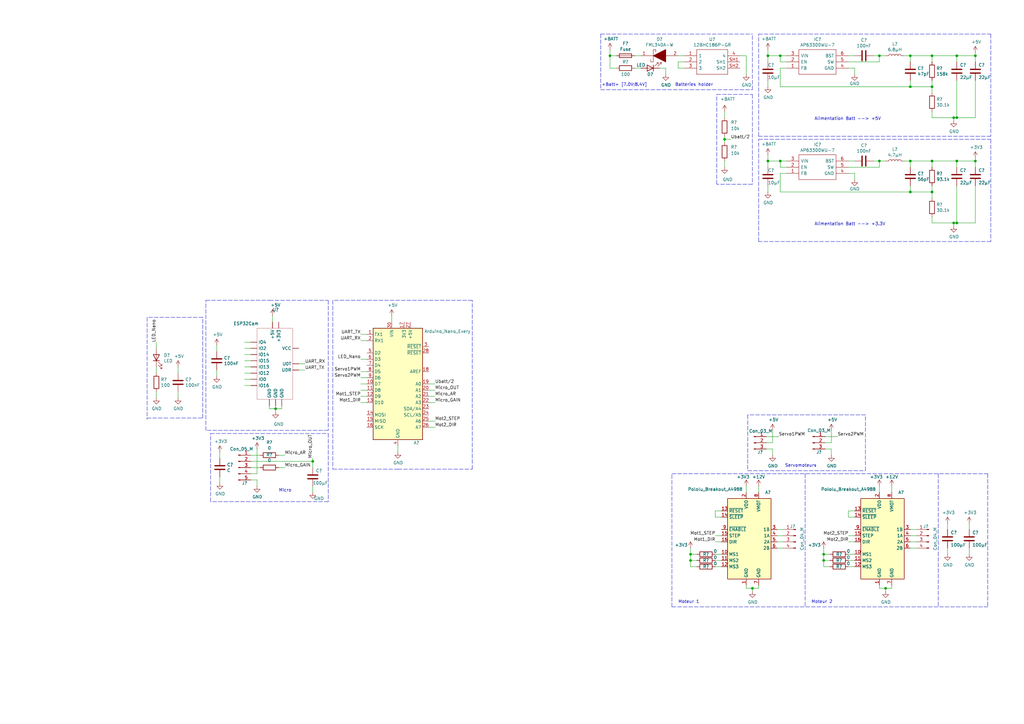
<source format=kicad_sch>
(kicad_sch (version 20201015) (generator eeschema)

  (page 1 1)

  (paper "A3")

  (title_block
    (title "Ruche")
    (rev "1.0")
  )

  (lib_symbols
    (symbol "Connector:Conn_01x03_Male" (pin_names (offset 1.016) hide) (in_bom yes) (on_board yes)
      (property "Reference" "J" (id 0) (at 0 5.08 0)
        (effects (font (size 1.27 1.27)))
      )
      (property "Value" "Conn_01x03_Male" (id 1) (at 0 -5.08 0)
        (effects (font (size 1.27 1.27)))
      )
      (property "Footprint" "" (id 2) (at 0 0 0)
        (effects (font (size 1.27 1.27)) hide)
      )
      (property "Datasheet" "~" (id 3) (at 0 0 0)
        (effects (font (size 1.27 1.27)) hide)
      )
      (property "ki_keywords" "connector" (id 4) (at 0 0 0)
        (effects (font (size 1.27 1.27)) hide)
      )
      (property "ki_description" "Generic connector, single row, 01x03, script generated (kicad-library-utils/schlib/autogen/connector/)" (id 5) (at 0 0 0)
        (effects (font (size 1.27 1.27)) hide)
      )
      (property "ki_fp_filters" "Connector*:*_1x??_*" (id 6) (at 0 0 0)
        (effects (font (size 1.27 1.27)) hide)
      )
      (symbol "Conn_01x03_Male_1_1"
        (rectangle (start 0.8636 -2.413) (end 0 -2.667)
          (stroke (width 0.1524)) (fill (type outline))
        )
        (rectangle (start 0.8636 0.127) (end 0 -0.127)
          (stroke (width 0.1524)) (fill (type outline))
        )
        (rectangle (start 0.8636 2.667) (end 0 2.413)
          (stroke (width 0.1524)) (fill (type outline))
        )
        (polyline
          (pts
            (xy 1.27 -2.54)
            (xy 0.8636 -2.54)
          )
          (stroke (width 0.1524)) (fill (type none))
        )
        (polyline
          (pts
            (xy 1.27 0)
            (xy 0.8636 0)
          )
          (stroke (width 0.1524)) (fill (type none))
        )
        (polyline
          (pts
            (xy 1.27 2.54)
            (xy 0.8636 2.54)
          )
          (stroke (width 0.1524)) (fill (type none))
        )
        (pin passive line (at 5.08 2.54 180) (length 3.81)
          (name "Pin_1" (effects (font (size 1.27 1.27))))
          (number "1" (effects (font (size 1.27 1.27))))
        )
        (pin passive line (at 5.08 0 180) (length 3.81)
          (name "Pin_2" (effects (font (size 1.27 1.27))))
          (number "2" (effects (font (size 1.27 1.27))))
        )
        (pin passive line (at 5.08 -2.54 180) (length 3.81)
          (name "Pin_3" (effects (font (size 1.27 1.27))))
          (number "3" (effects (font (size 1.27 1.27))))
        )
      )
    )
    (symbol "Connector:Conn_01x04_Male" (pin_names (offset 1.016) hide) (in_bom yes) (on_board yes)
      (property "Reference" "J" (id 0) (at 0 5.08 0)
        (effects (font (size 1.27 1.27)))
      )
      (property "Value" "Conn_01x04_Male" (id 1) (at 0 -7.62 0)
        (effects (font (size 1.27 1.27)))
      )
      (property "Footprint" "" (id 2) (at 0 0 0)
        (effects (font (size 1.27 1.27)) hide)
      )
      (property "Datasheet" "~" (id 3) (at 0 0 0)
        (effects (font (size 1.27 1.27)) hide)
      )
      (property "ki_keywords" "connector" (id 4) (at 0 0 0)
        (effects (font (size 1.27 1.27)) hide)
      )
      (property "ki_description" "Generic connector, single row, 01x04, script generated (kicad-library-utils/schlib/autogen/connector/)" (id 5) (at 0 0 0)
        (effects (font (size 1.27 1.27)) hide)
      )
      (property "ki_fp_filters" "Connector*:*_1x??_*" (id 6) (at 0 0 0)
        (effects (font (size 1.27 1.27)) hide)
      )
      (symbol "Conn_01x04_Male_1_1"
        (rectangle (start 0.8636 -4.953) (end 0 -5.207)
          (stroke (width 0.1524)) (fill (type outline))
        )
        (rectangle (start 0.8636 -2.413) (end 0 -2.667)
          (stroke (width 0.1524)) (fill (type outline))
        )
        (rectangle (start 0.8636 0.127) (end 0 -0.127)
          (stroke (width 0.1524)) (fill (type outline))
        )
        (rectangle (start 0.8636 2.667) (end 0 2.413)
          (stroke (width 0.1524)) (fill (type outline))
        )
        (polyline
          (pts
            (xy 1.27 -5.08)
            (xy 0.8636 -5.08)
          )
          (stroke (width 0.1524)) (fill (type none))
        )
        (polyline
          (pts
            (xy 1.27 -2.54)
            (xy 0.8636 -2.54)
          )
          (stroke (width 0.1524)) (fill (type none))
        )
        (polyline
          (pts
            (xy 1.27 0)
            (xy 0.8636 0)
          )
          (stroke (width 0.1524)) (fill (type none))
        )
        (polyline
          (pts
            (xy 1.27 2.54)
            (xy 0.8636 2.54)
          )
          (stroke (width 0.1524)) (fill (type none))
        )
        (pin passive line (at 5.08 2.54 180) (length 3.81)
          (name "Pin_1" (effects (font (size 1.27 1.27))))
          (number "1" (effects (font (size 1.27 1.27))))
        )
        (pin passive line (at 5.08 0 180) (length 3.81)
          (name "Pin_2" (effects (font (size 1.27 1.27))))
          (number "2" (effects (font (size 1.27 1.27))))
        )
        (pin passive line (at 5.08 -2.54 180) (length 3.81)
          (name "Pin_3" (effects (font (size 1.27 1.27))))
          (number "3" (effects (font (size 1.27 1.27))))
        )
        (pin passive line (at 5.08 -5.08 180) (length 3.81)
          (name "Pin_4" (effects (font (size 1.27 1.27))))
          (number "4" (effects (font (size 1.27 1.27))))
        )
      )
    )
    (symbol "Connector:Conn_01x05_Male" (pin_names (offset 1.016) hide) (in_bom yes) (on_board yes)
      (property "Reference" "J" (id 0) (at 0 7.62 0)
        (effects (font (size 1.27 1.27)))
      )
      (property "Value" "Conn_01x05_Male" (id 1) (at 0 -7.62 0)
        (effects (font (size 1.27 1.27)))
      )
      (property "Footprint" "" (id 2) (at 0 0 0)
        (effects (font (size 1.27 1.27)) hide)
      )
      (property "Datasheet" "~" (id 3) (at 0 0 0)
        (effects (font (size 1.27 1.27)) hide)
      )
      (property "ki_keywords" "connector" (id 4) (at 0 0 0)
        (effects (font (size 1.27 1.27)) hide)
      )
      (property "ki_description" "Generic connector, single row, 01x05, script generated (kicad-library-utils/schlib/autogen/connector/)" (id 5) (at 0 0 0)
        (effects (font (size 1.27 1.27)) hide)
      )
      (property "ki_fp_filters" "Connector*:*_1x??_*" (id 6) (at 0 0 0)
        (effects (font (size 1.27 1.27)) hide)
      )
      (symbol "Conn_01x05_Male_1_1"
        (rectangle (start 0.8636 -4.953) (end 0 -5.207)
          (stroke (width 0.1524)) (fill (type outline))
        )
        (rectangle (start 0.8636 -2.413) (end 0 -2.667)
          (stroke (width 0.1524)) (fill (type outline))
        )
        (rectangle (start 0.8636 0.127) (end 0 -0.127)
          (stroke (width 0.1524)) (fill (type outline))
        )
        (rectangle (start 0.8636 2.667) (end 0 2.413)
          (stroke (width 0.1524)) (fill (type outline))
        )
        (rectangle (start 0.8636 5.207) (end 0 4.953)
          (stroke (width 0.1524)) (fill (type outline))
        )
        (polyline
          (pts
            (xy 1.27 -5.08)
            (xy 0.8636 -5.08)
          )
          (stroke (width 0.1524)) (fill (type none))
        )
        (polyline
          (pts
            (xy 1.27 -2.54)
            (xy 0.8636 -2.54)
          )
          (stroke (width 0.1524)) (fill (type none))
        )
        (polyline
          (pts
            (xy 1.27 0)
            (xy 0.8636 0)
          )
          (stroke (width 0.1524)) (fill (type none))
        )
        (polyline
          (pts
            (xy 1.27 2.54)
            (xy 0.8636 2.54)
          )
          (stroke (width 0.1524)) (fill (type none))
        )
        (polyline
          (pts
            (xy 1.27 5.08)
            (xy 0.8636 5.08)
          )
          (stroke (width 0.1524)) (fill (type none))
        )
        (pin passive line (at 5.08 5.08 180) (length 3.81)
          (name "Pin_1" (effects (font (size 1.27 1.27))))
          (number "1" (effects (font (size 1.27 1.27))))
        )
        (pin passive line (at 5.08 2.54 180) (length 3.81)
          (name "Pin_2" (effects (font (size 1.27 1.27))))
          (number "2" (effects (font (size 1.27 1.27))))
        )
        (pin passive line (at 5.08 0 180) (length 3.81)
          (name "Pin_3" (effects (font (size 1.27 1.27))))
          (number "3" (effects (font (size 1.27 1.27))))
        )
        (pin passive line (at 5.08 -2.54 180) (length 3.81)
          (name "Pin_4" (effects (font (size 1.27 1.27))))
          (number "4" (effects (font (size 1.27 1.27))))
        )
        (pin passive line (at 5.08 -5.08 180) (length 3.81)
          (name "Pin_5" (effects (font (size 1.27 1.27))))
          (number "5" (effects (font (size 1.27 1.27))))
        )
      )
    )
    (symbol "Device:C" (pin_numbers hide) (pin_names (offset 0.254)) (in_bom yes) (on_board yes)
      (property "Reference" "C" (id 0) (at 0.635 2.54 0)
        (effects (font (size 1.27 1.27)) (justify left))
      )
      (property "Value" "C" (id 1) (at 0.635 -2.54 0)
        (effects (font (size 1.27 1.27)) (justify left))
      )
      (property "Footprint" "" (id 2) (at 0.9652 -3.81 0)
        (effects (font (size 1.27 1.27)) hide)
      )
      (property "Datasheet" "~" (id 3) (at 0 0 0)
        (effects (font (size 1.27 1.27)) hide)
      )
      (property "ki_keywords" "cap capacitor" (id 4) (at 0 0 0)
        (effects (font (size 1.27 1.27)) hide)
      )
      (property "ki_description" "Unpolarized capacitor" (id 5) (at 0 0 0)
        (effects (font (size 1.27 1.27)) hide)
      )
      (property "ki_fp_filters" "C_*" (id 6) (at 0 0 0)
        (effects (font (size 1.27 1.27)) hide)
      )
      (symbol "C_0_1"
        (polyline
          (pts
            (xy -2.032 -0.762)
            (xy 2.032 -0.762)
          )
          (stroke (width 0.508)) (fill (type none))
        )
        (polyline
          (pts
            (xy -2.032 0.762)
            (xy 2.032 0.762)
          )
          (stroke (width 0.508)) (fill (type none))
        )
      )
      (symbol "C_1_1"
        (pin passive line (at 0 3.81 270) (length 2.794)
          (name "~" (effects (font (size 1.27 1.27))))
          (number "1" (effects (font (size 1.27 1.27))))
        )
        (pin passive line (at 0 -3.81 90) (length 2.794)
          (name "~" (effects (font (size 1.27 1.27))))
          (number "2" (effects (font (size 1.27 1.27))))
        )
      )
    )
    (symbol "Device:Fuse" (pin_numbers hide) (pin_names (offset 0)) (in_bom yes) (on_board yes)
      (property "Reference" "F" (id 0) (at 2.032 0 90)
        (effects (font (size 1.27 1.27)))
      )
      (property "Value" "Fuse" (id 1) (at -1.905 0 90)
        (effects (font (size 1.27 1.27)))
      )
      (property "Footprint" "" (id 2) (at -1.778 0 90)
        (effects (font (size 1.27 1.27)) hide)
      )
      (property "Datasheet" "~" (id 3) (at 0 0 0)
        (effects (font (size 1.27 1.27)) hide)
      )
      (property "ki_keywords" "fuse" (id 4) (at 0 0 0)
        (effects (font (size 1.27 1.27)) hide)
      )
      (property "ki_description" "Fuse" (id 5) (at 0 0 0)
        (effects (font (size 1.27 1.27)) hide)
      )
      (property "ki_fp_filters" "*Fuse*" (id 6) (at 0 0 0)
        (effects (font (size 1.27 1.27)) hide)
      )
      (symbol "Fuse_0_1"
        (rectangle (start -0.762 -2.54) (end 0.762 2.54)
          (stroke (width 0.254)) (fill (type none))
        )
        (polyline
          (pts
            (xy 0 2.54)
            (xy 0 -2.54)
          )
          (stroke (width 0)) (fill (type none))
        )
      )
      (symbol "Fuse_1_1"
        (pin passive line (at 0 3.81 270) (length 1.27)
          (name "~" (effects (font (size 1.27 1.27))))
          (number "1" (effects (font (size 1.27 1.27))))
        )
        (pin passive line (at 0 -3.81 90) (length 1.27)
          (name "~" (effects (font (size 1.27 1.27))))
          (number "2" (effects (font (size 1.27 1.27))))
        )
      )
    )
    (symbol "Device:L" (pin_numbers hide) (pin_names (offset 1.016) hide) (in_bom yes) (on_board yes)
      (property "Reference" "L" (id 0) (at -1.27 0 90)
        (effects (font (size 1.27 1.27)))
      )
      (property "Value" "L" (id 1) (at 1.905 0 90)
        (effects (font (size 1.27 1.27)))
      )
      (property "Footprint" "" (id 2) (at 0 0 0)
        (effects (font (size 1.27 1.27)) hide)
      )
      (property "Datasheet" "~" (id 3) (at 0 0 0)
        (effects (font (size 1.27 1.27)) hide)
      )
      (property "ki_keywords" "inductor choke coil reactor magnetic" (id 4) (at 0 0 0)
        (effects (font (size 1.27 1.27)) hide)
      )
      (property "ki_description" "Inductor" (id 5) (at 0 0 0)
        (effects (font (size 1.27 1.27)) hide)
      )
      (property "ki_fp_filters" "Choke_* *Coil* Inductor_* L_*" (id 6) (at 0 0 0)
        (effects (font (size 1.27 1.27)) hide)
      )
      (symbol "L_0_1"
        (arc (start 0 -2.54) (end 0 -1.27) (radius (at 0 -1.905) (length 0.635) (angles -89.9 89.9))
          (stroke (width 0)) (fill (type none))
        )
        (arc (start 0 -1.27) (end 0 0) (radius (at 0 -0.635) (length 0.635) (angles -89.9 89.9))
          (stroke (width 0)) (fill (type none))
        )
        (arc (start 0 0) (end 0 1.27) (radius (at 0 0.635) (length 0.635) (angles -89.9 89.9))
          (stroke (width 0)) (fill (type none))
        )
        (arc (start 0 1.27) (end 0 2.54) (radius (at 0 1.905) (length 0.635) (angles -89.9 89.9))
          (stroke (width 0)) (fill (type none))
        )
      )
      (symbol "L_1_1"
        (pin passive line (at 0 3.81 270) (length 1.27)
          (name "1" (effects (font (size 1.27 1.27))))
          (number "1" (effects (font (size 1.27 1.27))))
        )
        (pin passive line (at 0 -3.81 90) (length 1.27)
          (name "2" (effects (font (size 1.27 1.27))))
          (number "2" (effects (font (size 1.27 1.27))))
        )
      )
    )
    (symbol "Device:LED" (pin_numbers hide) (pin_names (offset 1.016) hide) (in_bom yes) (on_board yes)
      (property "Reference" "D" (id 0) (at 0 2.54 0)
        (effects (font (size 1.27 1.27)))
      )
      (property "Value" "LED" (id 1) (at 0 -2.54 0)
        (effects (font (size 1.27 1.27)))
      )
      (property "Footprint" "" (id 2) (at 0 0 0)
        (effects (font (size 1.27 1.27)) hide)
      )
      (property "Datasheet" "~" (id 3) (at 0 0 0)
        (effects (font (size 1.27 1.27)) hide)
      )
      (property "ki_keywords" "LED diode" (id 4) (at 0 0 0)
        (effects (font (size 1.27 1.27)) hide)
      )
      (property "ki_description" "Light emitting diode" (id 5) (at 0 0 0)
        (effects (font (size 1.27 1.27)) hide)
      )
      (property "ki_fp_filters" "LED* LED_SMD:* LED_THT:*" (id 6) (at 0 0 0)
        (effects (font (size 1.27 1.27)) hide)
      )
      (symbol "LED_0_1"
        (polyline
          (pts
            (xy -1.27 -1.27)
            (xy -1.27 1.27)
          )
          (stroke (width 0.254)) (fill (type none))
        )
        (polyline
          (pts
            (xy -1.27 0)
            (xy 1.27 0)
          )
          (stroke (width 0)) (fill (type none))
        )
        (polyline
          (pts
            (xy 1.27 -1.27)
            (xy 1.27 1.27)
            (xy -1.27 0)
            (xy 1.27 -1.27)
          )
          (stroke (width 0.254)) (fill (type none))
        )
        (polyline
          (pts
            (xy -3.048 -0.762)
            (xy -4.572 -2.286)
            (xy -3.81 -2.286)
            (xy -4.572 -2.286)
            (xy -4.572 -1.524)
          )
          (stroke (width 0)) (fill (type none))
        )
        (polyline
          (pts
            (xy -1.778 -0.762)
            (xy -3.302 -2.286)
            (xy -2.54 -2.286)
            (xy -3.302 -2.286)
            (xy -3.302 -1.524)
          )
          (stroke (width 0)) (fill (type none))
        )
      )
      (symbol "LED_1_1"
        (pin passive line (at -3.81 0 0) (length 2.54)
          (name "K" (effects (font (size 1.27 1.27))))
          (number "1" (effects (font (size 1.27 1.27))))
        )
        (pin passive line (at 3.81 0 180) (length 2.54)
          (name "A" (effects (font (size 1.27 1.27))))
          (number "2" (effects (font (size 1.27 1.27))))
        )
      )
    )
    (symbol "Device:R" (pin_numbers hide) (pin_names (offset 0)) (in_bom yes) (on_board yes)
      (property "Reference" "R" (id 0) (at 2.032 0 90)
        (effects (font (size 1.27 1.27)))
      )
      (property "Value" "R" (id 1) (at 0 0 90)
        (effects (font (size 1.27 1.27)))
      )
      (property "Footprint" "" (id 2) (at -1.778 0 90)
        (effects (font (size 1.27 1.27)) hide)
      )
      (property "Datasheet" "~" (id 3) (at 0 0 0)
        (effects (font (size 1.27 1.27)) hide)
      )
      (property "ki_keywords" "R res resistor" (id 4) (at 0 0 0)
        (effects (font (size 1.27 1.27)) hide)
      )
      (property "ki_description" "Resistor" (id 5) (at 0 0 0)
        (effects (font (size 1.27 1.27)) hide)
      )
      (property "ki_fp_filters" "R_*" (id 6) (at 0 0 0)
        (effects (font (size 1.27 1.27)) hide)
      )
      (symbol "R_0_1"
        (rectangle (start -1.016 -2.54) (end 1.016 2.54)
          (stroke (width 0.254)) (fill (type none))
        )
      )
      (symbol "R_1_1"
        (pin passive line (at 0 3.81 270) (length 1.27)
          (name "~" (effects (font (size 1.27 1.27))))
          (number "1" (effects (font (size 1.27 1.27))))
        )
        (pin passive line (at 0 -3.81 90) (length 1.27)
          (name "~" (effects (font (size 1.27 1.27))))
          (number "2" (effects (font (size 1.27 1.27))))
        )
      )
    )
    (symbol "Driver_Motor:Pololu_Breakout_A4988" (in_bom yes) (on_board yes)
      (property "Reference" "A" (id 0) (at -2.54 19.05 0)
        (effects (font (size 1.27 1.27)) (justify right))
      )
      (property "Value" "Pololu_Breakout_A4988" (id 1) (at -2.54 16.51 0)
        (effects (font (size 1.27 1.27)) (justify right))
      )
      (property "Footprint" "Module:Pololu_Breakout-16_15.2x20.3mm" (id 2) (at 6.985 -19.05 0)
        (effects (font (size 1.27 1.27)) (justify left) hide)
      )
      (property "Datasheet" "https://www.pololu.com/product/2980/pictures" (id 3) (at 2.54 -7.62 0)
        (effects (font (size 1.27 1.27)) hide)
      )
      (property "ki_keywords" "Pololu Breakout Board Stepper Driver A4988" (id 4) (at 0 0 0)
        (effects (font (size 1.27 1.27)) hide)
      )
      (property "ki_description" "Pololu Breakout Board, Stepper Driver A4988" (id 5) (at 0 0 0)
        (effects (font (size 1.27 1.27)) hide)
      )
      (property "ki_fp_filters" "Pololu*Breakout*15.2x20.3mm*" (id 6) (at 0 0 0)
        (effects (font (size 1.27 1.27)) hide)
      )
      (symbol "Pololu_Breakout_A4988_0_1"
        (rectangle (start 10.16 -17.78) (end -7.62 15.24)
          (stroke (width 0.254)) (fill (type background))
        )
      )
      (symbol "Pololu_Breakout_A4988_1_1"
        (pin power_in line (at 0 -20.32 90) (length 2.54)
          (name "GND" (effects (font (size 1.27 1.27))))
          (number "1" (effects (font (size 1.27 1.27))))
        )
        (pin input line (at -10.16 -7.62 0) (length 2.54)
          (name "MS1" (effects (font (size 1.27 1.27))))
          (number "10" (effects (font (size 1.27 1.27))))
        )
        (pin input line (at -10.16 -10.16 0) (length 2.54)
          (name "MS2" (effects (font (size 1.27 1.27))))
          (number "11" (effects (font (size 1.27 1.27))))
        )
        (pin input line (at -10.16 -12.7 0) (length 2.54)
          (name "MS3" (effects (font (size 1.27 1.27))))
          (number "12" (effects (font (size 1.27 1.27))))
        )
        (pin input line (at -10.16 10.16 0) (length 2.54)
          (name "~RESET" (effects (font (size 1.27 1.27))))
          (number "13" (effects (font (size 1.27 1.27))))
        )
        (pin input line (at -10.16 7.62 0) (length 2.54)
          (name "~SLEEP" (effects (font (size 1.27 1.27))))
          (number "14" (effects (font (size 1.27 1.27))))
        )
        (pin input line (at -10.16 0 0) (length 2.54)
          (name "STEP" (effects (font (size 1.27 1.27))))
          (number "15" (effects (font (size 1.27 1.27))))
        )
        (pin input line (at -10.16 -2.54 0) (length 2.54)
          (name "DIR" (effects (font (size 1.27 1.27))))
          (number "16" (effects (font (size 1.27 1.27))))
        )
        (pin power_in line (at 0 17.78 270) (length 2.54)
          (name "VDD" (effects (font (size 1.27 1.27))))
          (number "2" (effects (font (size 1.27 1.27))))
        )
        (pin output line (at 12.7 2.54 180) (length 2.54)
          (name "1B" (effects (font (size 1.27 1.27))))
          (number "3" (effects (font (size 1.27 1.27))))
        )
        (pin output line (at 12.7 0 180) (length 2.54)
          (name "1A" (effects (font (size 1.27 1.27))))
          (number "4" (effects (font (size 1.27 1.27))))
        )
        (pin output line (at 12.7 -2.54 180) (length 2.54)
          (name "2A" (effects (font (size 1.27 1.27))))
          (number "5" (effects (font (size 1.27 1.27))))
        )
        (pin output line (at 12.7 -5.08 180) (length 2.54)
          (name "2B" (effects (font (size 1.27 1.27))))
          (number "6" (effects (font (size 1.27 1.27))))
        )
        (pin power_in line (at 5.08 -20.32 90) (length 2.54)
          (name "GND" (effects (font (size 1.27 1.27))))
          (number "7" (effects (font (size 1.27 1.27))))
        )
        (pin power_in line (at 5.08 17.78 270) (length 2.54)
          (name "VMOT" (effects (font (size 1.27 1.27))))
          (number "8" (effects (font (size 1.27 1.27))))
        )
        (pin input line (at -10.16 2.54 0) (length 2.54)
          (name "~ENABLE" (effects (font (size 1.27 1.27))))
          (number "9" (effects (font (size 1.27 1.27))))
        )
      )
    )
    (symbol "ESP32CAM:ESP32Cam" (in_bom yes) (on_board yes)
      (property "Reference" "U" (id 0) (at 8.89 -26.67 0)
        (effects (font (size 1.27 1.27)))
      )
      (property "Value" "ESP32Cam" (id 1) (at 7.62 -1.27 0)
        (effects (font (size 1.27 1.27)))
      )
      (property "Footprint" "" (id 2) (at 8.89 -26.67 0)
        (effects (font (size 1.27 1.27)) hide)
      )
      (property "Datasheet" "" (id 3) (at 8.89 -26.67 0)
        (effects (font (size 1.27 1.27)) hide)
      )
      (symbol "ESP32Cam_0_1"
        (rectangle (start -7.62 -2.54) (end 6.985 -31.75)
          (stroke (width 0.0006)) (fill (type none))
        )
      )
      (symbol "ESP32Cam_1_1"
        (pin input line (at 0 -34.29 90) (length 2.54)
          (name "GND" (effects (font (size 1.27 1.27))))
          (number "" (effects (font (size 1.27 1.27))))
        )
        (pin input line (at 2.54 -34.29 90) (length 2.54)
          (name "GND" (effects (font (size 1.27 1.27))))
          (number "" (effects (font (size 1.27 1.27))))
        )
        (pin input line (at -2.54 -34.29 90) (length 2.54)
          (name "GND" (effects (font (size 1.27 1.27))))
          (number "" (effects (font (size 1.27 1.27))))
        )
        (pin output line (at 9.525 -10.795 180) (length 2.54)
          (name "VCC" (effects (font (size 1.27 1.27))))
          (number "" (effects (font (size 1.27 1.27))))
        )
        (pin input line (at -1.27 0 270) (length 2.54)
          (name "+5V" (effects (font (size 1.27 1.27))))
          (number "" (effects (font (size 1.27 1.27))))
        )
        (pin input line (at 1.27 0 270) (length 2.54)
          (name "+3V3" (effects (font (size 1.27 1.27))))
          (number "" (effects (font (size 1.27 1.27))))
        )
        (pin output line (at 9.525 -17.145 180) (length 2.54)
          (name "U0T" (effects (font (size 1.27 1.27))))
          (number "" (effects (font (size 1.27 1.27))))
        )
        (pin output line (at 9.525 -19.685 180) (length 2.54)
          (name "U0R" (effects (font (size 1.27 1.27))))
          (number "" (effects (font (size 1.27 1.27))))
        )
        (pin bidirectional line (at -10.16 -8.255 0) (length 2.54)
          (name "IO4" (effects (font (size 1.27 1.27))))
          (number "" (effects (font (size 1.27 1.27))))
        )
        (pin bidirectional line (at -10.16 -10.795 0) (length 2.54)
          (name "IO2" (effects (font (size 1.27 1.27))))
          (number "" (effects (font (size 1.27 1.27))))
        )
        (pin bidirectional line (at -10.16 -13.335 0) (length 2.54)
          (name "IO14" (effects (font (size 1.27 1.27))))
          (number "" (effects (font (size 1.27 1.27))))
        )
        (pin bidirectional line (at -10.16 -15.875 0) (length 2.54)
          (name "IO15" (effects (font (size 1.27 1.27))))
          (number "" (effects (font (size 1.27 1.27))))
        )
        (pin bidirectional line (at -10.16 -18.415 0) (length 2.54)
          (name "IO13" (effects (font (size 1.27 1.27))))
          (number "" (effects (font (size 1.27 1.27))))
        )
        (pin bidirectional line (at -10.16 -20.955 0) (length 2.54)
          (name "IO12" (effects (font (size 1.27 1.27))))
          (number "" (effects (font (size 1.27 1.27))))
        )
        (pin bidirectional line (at -10.16 -23.495 0) (length 2.54)
          (name "IO0" (effects (font (size 1.27 1.27))))
          (number "" (effects (font (size 1.27 1.27))))
        )
        (pin bidirectional line (at -10.16 -26.035 0) (length 2.54)
          (name "IO16" (effects (font (size 1.27 1.27))))
          (number "" (effects (font (size 1.27 1.27))))
        )
      )
    )
    (symbol "MCU_Module:Arduino_Nano_Every" (in_bom yes) (on_board yes)
      (property "Reference" "A" (id 0) (at -10.16 23.495 0)
        (effects (font (size 1.27 1.27)) (justify left bottom))
      )
      (property "Value" "Arduino_Nano_Every" (id 1) (at 5.08 -24.13 0)
        (effects (font (size 1.27 1.27)) (justify left top))
      )
      (property "Footprint" "Module:Arduino_Nano" (id 2) (at 0 0 0)
        (effects (font (size 1.27 1.27) italic) hide)
      )
      (property "Datasheet" "https://content.arduino.cc/assets/NANOEveryV3.0_sch.pdf" (id 3) (at 0 0 0)
        (effects (font (size 1.27 1.27)) hide)
      )
      (property "ki_keywords" "Arduino nano microcontroller module USB UPDI AATMega4809 AVR" (id 4) (at 0 0 0)
        (effects (font (size 1.27 1.27)) hide)
      )
      (property "ki_description" "Arduino Nano Every" (id 5) (at 0 0 0)
        (effects (font (size 1.27 1.27)) hide)
      )
      (property "ki_fp_filters" "Arduino*Nano*" (id 6) (at 0 0 0)
        (effects (font (size 1.27 1.27)) hide)
      )
      (symbol "Arduino_Nano_Every_0_1"
        (rectangle (start -10.16 22.86) (end 10.16 -22.86)
          (stroke (width 0.254)) (fill (type background))
        )
      )
      (symbol "Arduino_Nano_Every_1_1"
        (pin bidirectional line (at -12.7 20.32 0) (length 2.54)
          (name "TX1" (effects (font (size 1.27 1.27))))
          (number "1" (effects (font (size 1.27 1.27))))
        )
        (pin bidirectional line (at -12.7 0 0) (length 2.54)
          (name "D7" (effects (font (size 1.27 1.27))))
          (number "10" (effects (font (size 1.27 1.27))))
        )
        (pin bidirectional line (at -12.7 -2.54 0) (length 2.54)
          (name "D8" (effects (font (size 1.27 1.27))))
          (number "11" (effects (font (size 1.27 1.27))))
        )
        (pin bidirectional line (at -12.7 -5.08 0) (length 2.54)
          (name "D9" (effects (font (size 1.27 1.27))))
          (number "12" (effects (font (size 1.27 1.27))))
        )
        (pin bidirectional line (at -12.7 -7.62 0) (length 2.54)
          (name "D10" (effects (font (size 1.27 1.27))))
          (number "13" (effects (font (size 1.27 1.27))))
        )
        (pin bidirectional line (at -12.7 -12.7 0) (length 2.54)
          (name "MOSI" (effects (font (size 1.27 1.27))))
          (number "14" (effects (font (size 1.27 1.27))))
        )
        (pin bidirectional line (at -12.7 -15.24 0) (length 2.54)
          (name "MISO" (effects (font (size 1.27 1.27))))
          (number "15" (effects (font (size 1.27 1.27))))
        )
        (pin bidirectional line (at -12.7 -17.78 0) (length 2.54)
          (name "SCK" (effects (font (size 1.27 1.27))))
          (number "16" (effects (font (size 1.27 1.27))))
        )
        (pin power_out line (at 2.54 25.4 270) (length 2.54)
          (name "3V3" (effects (font (size 1.27 1.27))))
          (number "17" (effects (font (size 1.27 1.27))))
        )
        (pin input line (at 12.7 5.08 180) (length 2.54)
          (name "AREF" (effects (font (size 1.27 1.27))))
          (number "18" (effects (font (size 1.27 1.27))))
        )
        (pin bidirectional line (at 12.7 0 180) (length 2.54)
          (name "A0" (effects (font (size 1.27 1.27))))
          (number "19" (effects (font (size 1.27 1.27))))
        )
        (pin bidirectional line (at -12.7 17.78 0) (length 2.54)
          (name "RX1" (effects (font (size 1.27 1.27))))
          (number "2" (effects (font (size 1.27 1.27))))
        )
        (pin bidirectional line (at 12.7 -2.54 180) (length 2.54)
          (name "A1" (effects (font (size 1.27 1.27))))
          (number "20" (effects (font (size 1.27 1.27))))
        )
        (pin bidirectional line (at 12.7 -5.08 180) (length 2.54)
          (name "A2" (effects (font (size 1.27 1.27))))
          (number "21" (effects (font (size 1.27 1.27))))
        )
        (pin bidirectional line (at 12.7 -7.62 180) (length 2.54)
          (name "A3" (effects (font (size 1.27 1.27))))
          (number "22" (effects (font (size 1.27 1.27))))
        )
        (pin bidirectional line (at 12.7 -10.16 180) (length 2.54)
          (name "SDA/A4" (effects (font (size 1.27 1.27))))
          (number "23" (effects (font (size 1.27 1.27))))
        )
        (pin bidirectional line (at 12.7 -12.7 180) (length 2.54)
          (name "SCL/A5" (effects (font (size 1.27 1.27))))
          (number "24" (effects (font (size 1.27 1.27))))
        )
        (pin bidirectional line (at 12.7 -15.24 180) (length 2.54)
          (name "A6" (effects (font (size 1.27 1.27))))
          (number "25" (effects (font (size 1.27 1.27))))
        )
        (pin bidirectional line (at 12.7 -17.78 180) (length 2.54)
          (name "A7" (effects (font (size 1.27 1.27))))
          (number "26" (effects (font (size 1.27 1.27))))
        )
        (pin power_out line (at 5.08 25.4 270) (length 2.54)
          (name "+5V" (effects (font (size 1.27 1.27))))
          (number "27" (effects (font (size 1.27 1.27))))
        )
        (pin input line (at 12.7 12.7 180) (length 2.54)
          (name "~RESET" (effects (font (size 1.27 1.27))))
          (number "28" (effects (font (size 1.27 1.27))))
        )
        (pin passive line (at 0 -25.4 90) (length 2.54) hide
          (name "GND" (effects (font (size 1.27 1.27))))
          (number "29" (effects (font (size 1.27 1.27))))
        )
        (pin input line (at 12.7 15.24 180) (length 2.54)
          (name "~RESET" (effects (font (size 1.27 1.27))))
          (number "3" (effects (font (size 1.27 1.27))))
        )
        (pin power_in line (at -2.54 25.4 270) (length 2.54)
          (name "VIN" (effects (font (size 1.27 1.27))))
          (number "30" (effects (font (size 1.27 1.27))))
        )
        (pin power_in line (at 0 -25.4 90) (length 2.54)
          (name "GND" (effects (font (size 1.27 1.27))))
          (number "4" (effects (font (size 1.27 1.27))))
        )
        (pin bidirectional line (at -12.7 12.7 0) (length 2.54)
          (name "D2" (effects (font (size 1.27 1.27))))
          (number "5" (effects (font (size 1.27 1.27))))
        )
        (pin bidirectional line (at -12.7 10.16 0) (length 2.54)
          (name "D3" (effects (font (size 1.27 1.27))))
          (number "6" (effects (font (size 1.27 1.27))))
        )
        (pin bidirectional line (at -12.7 7.62 0) (length 2.54)
          (name "D4" (effects (font (size 1.27 1.27))))
          (number "7" (effects (font (size 1.27 1.27))))
        )
        (pin bidirectional line (at -12.7 5.08 0) (length 2.54)
          (name "D5" (effects (font (size 1.27 1.27))))
          (number "8" (effects (font (size 1.27 1.27))))
        )
        (pin bidirectional line (at -12.7 2.54 0) (length 2.54)
          (name "D6" (effects (font (size 1.27 1.27))))
          (number "9" (effects (font (size 1.27 1.27))))
        )
      )
    )
    (symbol "Projet_ruche_V1.0-rescue:12BHC186P-GR-12BHC186P-GR" (pin_names (offset 0.762)) (in_bom yes) (on_board yes)
      (property "Reference" "U" (id 0) (at 19.05 7.62 0)
        (effects (font (size 1.27 1.27)) (justify left))
      )
      (property "Value" "12BHC186P-GR-12BHC186P-GR" (id 1) (at 19.05 5.08 0)
        (effects (font (size 1.27 1.27)) (justify left))
      )
      (property "Footprint" "12BHC186PGR" (id 2) (at 19.05 2.54 0)
        (effects (font (size 1.27 1.27)) (justify left) hide)
      )
      (property "Datasheet" "" (id 3) (at 19.05 0 0)
        (effects (font (size 1.27 1.27)) (justify left) hide)
      )
      (property "Description" "Cylindrical Battery Contacts, Clips, Holders & Springs 2X18650 PARALLEL CONNECTION" (id 4) (at 19.05 -2.54 0)
        (effects (font (size 1.27 1.27)) (justify left) hide)
      )
      (property "Height" "19.8" (id 5) (at 19.05 -5.08 0)
        (effects (font (size 1.27 1.27)) (justify left) hide)
      )
      (property "Mouser Part Number" "12BHC186P-GR" (id 6) (at 19.05 -7.62 0)
        (effects (font (size 1.27 1.27)) (justify left) hide)
      )
      (property "Mouser Price/Stock" "https://www.mouser.co.uk/ProductDetail/Eagle-Plastic-Devices/12BHC186P-GR/?qs=AQlKX63v8Rv70Ee1H7gwgg%3D%3D" (id 7) (at 19.05 -10.16 0)
        (effects (font (size 1.27 1.27)) (justify left) hide)
      )
      (property "Manufacturer_Name" "Eagle Plastic Devices" (id 8) (at 19.05 -12.7 0)
        (effects (font (size 1.27 1.27)) (justify left) hide)
      )
      (property "Manufacturer_Part_Number" "12BHC186P-GR" (id 9) (at 19.05 -15.24 0)
        (effects (font (size 1.27 1.27)) (justify left) hide)
      )
      (symbol "12BHC186P-GR-12BHC186P-GR_0_1"
        (polyline
          (pts
            (xy 5.08 2.54)
            (xy 17.78 2.54)
            (xy 17.78 -7.62)
            (xy 5.08 -7.62)
            (xy 5.08 2.54)
          )
          (stroke (width 0.1524)) (fill (type none))
        )
      )
      (symbol "12BHC186P-GR-12BHC186P-GR_0_0"
        (pin passive line (at 0 0 0) (length 5.08)
          (name "1" (effects (font (size 1.27 1.27))))
          (number "1" (effects (font (size 1.27 1.27))))
        )
        (pin passive line (at 0 -2.54 0) (length 5.08)
          (name "2" (effects (font (size 1.27 1.27))))
          (number "2" (effects (font (size 1.27 1.27))))
        )
        (pin passive line (at 0 -5.08 0) (length 5.08)
          (name "3" (effects (font (size 1.27 1.27))))
          (number "3" (effects (font (size 1.27 1.27))))
        )
        (pin passive line (at 22.86 0 180) (length 5.08)
          (name "4" (effects (font (size 1.27 1.27))))
          (number "4" (effects (font (size 1.27 1.27))))
        )
        (pin passive line (at 22.86 -2.54 180) (length 5.08)
          (name "SH1" (effects (font (size 1.27 1.27))))
          (number "SH1" (effects (font (size 1.27 1.27))))
        )
        (pin passive line (at 22.86 -5.08 180) (length 5.08)
          (name "SH2" (effects (font (size 1.27 1.27))))
          (number "SH2" (effects (font (size 1.27 1.27))))
        )
      )
    )
    (symbol "Projet_ruche_V1.0-rescue:AP63300WU-7-AP63300WU-7" (pin_names (offset 0.762)) (in_bom yes) (on_board yes)
      (property "Reference" "IC" (id 0) (at 21.59 7.62 0)
        (effects (font (size 1.27 1.27)) (justify left))
      )
      (property "Value" "AP63300WU-7-AP63300WU-7" (id 1) (at 21.59 5.08 0)
        (effects (font (size 1.27 1.27)) (justify left))
      )
      (property "Footprint" "SOT95P280X90-6N" (id 2) (at 21.59 2.54 0)
        (effects (font (size 1.27 1.27)) (justify left) hide)
      )
      (property "Datasheet" "https://www.diodes.com/assets/Datasheets/AP63300-AP63301.pdf" (id 3) (at 21.59 0 0)
        (effects (font (size 1.27 1.27)) (justify left) hide)
      )
      (property "Description" "DCDC CONV HV BUCK TSOT26" (id 4) (at 21.59 -2.54 0)
        (effects (font (size 1.27 1.27)) (justify left) hide)
      )
      (property "Height" "0.9" (id 5) (at 21.59 -5.08 0)
        (effects (font (size 1.27 1.27)) (justify left) hide)
      )
      (property "Mouser Part Number" "621-AP63300WU-7" (id 6) (at 21.59 -7.62 0)
        (effects (font (size 1.27 1.27)) (justify left) hide)
      )
      (property "Mouser Price/Stock" "https://www.mouser.co.uk/ProductDetail/Diodes-Incorporated/AP63300WU-7/?qs=bZr6mbWTK5nNNXnHDcrFZg%3D%3D" (id 7) (at 21.59 -10.16 0)
        (effects (font (size 1.27 1.27)) (justify left) hide)
      )
      (property "Manufacturer_Name" "Diodes Inc." (id 8) (at 21.59 -12.7 0)
        (effects (font (size 1.27 1.27)) (justify left) hide)
      )
      (property "Manufacturer_Part_Number" "AP63300WU-7" (id 9) (at 21.59 -15.24 0)
        (effects (font (size 1.27 1.27)) (justify left) hide)
      )
      (symbol "AP63300WU-7-AP63300WU-7_0_1"
        (polyline
          (pts
            (xy 5.08 2.54)
            (xy 20.32 2.54)
            (xy 20.32 -7.62)
            (xy 5.08 -7.62)
            (xy 5.08 2.54)
          )
          (stroke (width 0.1524)) (fill (type none))
        )
      )
      (symbol "AP63300WU-7-AP63300WU-7_0_0"
        (pin passive line (at 0 -5.08 0) (length 5.08)
          (name "FB" (effects (font (size 1.27 1.27))))
          (number "1" (effects (font (size 1.27 1.27))))
        )
        (pin passive line (at 0 -2.54 0) (length 5.08)
          (name "EN" (effects (font (size 1.27 1.27))))
          (number "2" (effects (font (size 1.27 1.27))))
        )
        (pin passive line (at 0 0 0) (length 5.08)
          (name "VIN" (effects (font (size 1.27 1.27))))
          (number "3" (effects (font (size 1.27 1.27))))
        )
        (pin passive line (at 25.4 -5.08 180) (length 5.08)
          (name "GND" (effects (font (size 1.27 1.27))))
          (number "4" (effects (font (size 1.27 1.27))))
        )
        (pin passive line (at 25.4 -2.54 180) (length 5.08)
          (name "SW" (effects (font (size 1.27 1.27))))
          (number "5" (effects (font (size 1.27 1.27))))
        )
        (pin passive line (at 25.4 0 180) (length 5.08)
          (name "BST" (effects (font (size 1.27 1.27))))
          (number "6" (effects (font (size 1.27 1.27))))
        )
      )
    )
    (symbol "Projet_ruche_V1.0-rescue:FML340A-W-FML340A-W" (pin_names (offset 0.762)) (in_bom yes) (on_board yes)
      (property "Reference" "D" (id 0) (at 12.7 8.89 0)
        (effects (font (size 1.27 1.27)) (justify left))
      )
      (property "Value" "FML340A-W-FML340A-W" (id 1) (at 12.7 6.35 0)
        (effects (font (size 1.27 1.27)) (justify left))
      )
      (property "Footprint" "DIOM5025X231N" (id 2) (at 12.7 3.81 0)
        (effects (font (size 1.27 1.27)) (justify left) hide)
      )
      (property "Datasheet" "" (id 3) (at 12.7 1.27 0)
        (effects (font (size 1.27 1.27)) (justify left) hide)
      )
      (property "Description" "Schottky Diodes & Rectifiers 20-40V 3A SCHOTTKY Barrier Rectifier" (id 4) (at 12.7 -1.27 0)
        (effects (font (size 1.27 1.27)) (justify left) hide)
      )
      (property "Height" "2.31" (id 5) (at 12.7 -3.81 0)
        (effects (font (size 1.27 1.27)) (justify left) hide)
      )
      (property "Mouser Part Number" "583-FML340A-W" (id 6) (at 12.7 -6.35 0)
        (effects (font (size 1.27 1.27)) (justify left) hide)
      )
      (property "Mouser Price/Stock" "https://www.mouser.co.uk/ProductDetail/Rectron/FML340A-W/?qs=5aG0NVq1C4znVqzNSkqGkQ%3D%3D" (id 7) (at 12.7 -8.89 0)
        (effects (font (size 1.27 1.27)) (justify left) hide)
      )
      (property "Manufacturer_Name" "Rectron" (id 8) (at 12.7 -11.43 0)
        (effects (font (size 1.27 1.27)) (justify left) hide)
      )
      (property "Manufacturer_Part_Number" "FML340A-W" (id 9) (at 12.7 -13.97 0)
        (effects (font (size 1.27 1.27)) (justify left) hide)
      )
      (symbol "FML340A-W-FML340A-W_0_1"
        (polyline
          (pts
            (xy 5.08 0)
            (xy 7.62 0)
          )
          (stroke (width 0.1524)) (fill (type none))
        )
        (polyline
          (pts
            (xy 7.62 2.54)
            (xy 7.62 -2.54)
          )
          (stroke (width 0.1524)) (fill (type none))
        )
        (polyline
          (pts
            (xy 12.7 0)
            (xy 15.24 0)
          )
          (stroke (width 0.1524)) (fill (type none))
        )
        (polyline
          (pts
            (xy 7.62 -2.54)
            (xy 6.604 -2.54)
            (xy 6.604 -1.524)
          )
          (stroke (width 0.1524)) (fill (type none))
        )
        (polyline
          (pts
            (xy 7.62 2.54)
            (xy 8.636 2.54)
            (xy 8.636 1.524)
          )
          (stroke (width 0.1524)) (fill (type none))
        )
        (polyline
          (pts
            (xy 7.62 0)
            (xy 12.7 2.54)
            (xy 12.7 -2.54)
            (xy 7.62 0)
          )
          (stroke (width 0.254)) (fill (type outline))
        )
      )
      (symbol "FML340A-W-FML340A-W_0_0"
        (pin passive line (at 2.54 0 0) (length 2.54)
          (name "~" (effects (font (size 1.27 1.27))))
          (number "1" (effects (font (size 1.27 1.27))))
        )
        (pin passive line (at 17.78 0 180) (length 2.54)
          (name "~" (effects (font (size 1.27 1.27))))
          (number "2" (effects (font (size 1.27 1.27))))
        )
      )
    )
    (symbol "power:+12V" (power) (pin_names (offset 0)) (in_bom yes) (on_board yes)
      (property "Reference" "#PWR" (id 0) (at 0 -3.81 0)
        (effects (font (size 1.27 1.27)) hide)
      )
      (property "Value" "+12V" (id 1) (at 0 3.556 0)
        (effects (font (size 1.27 1.27)))
      )
      (property "Footprint" "" (id 2) (at 0 0 0)
        (effects (font (size 1.27 1.27)) hide)
      )
      (property "Datasheet" "" (id 3) (at 0 0 0)
        (effects (font (size 1.27 1.27)) hide)
      )
      (property "ki_keywords" "power-flag" (id 4) (at 0 0 0)
        (effects (font (size 1.27 1.27)) hide)
      )
      (property "ki_description" "Power symbol creates a global label with name \"+12V\"" (id 5) (at 0 0 0)
        (effects (font (size 1.27 1.27)) hide)
      )
      (symbol "+12V_0_1"
        (polyline
          (pts
            (xy -0.762 1.27)
            (xy 0 2.54)
          )
          (stroke (width 0)) (fill (type none))
        )
        (polyline
          (pts
            (xy 0 0)
            (xy 0 2.54)
          )
          (stroke (width 0)) (fill (type none))
        )
        (polyline
          (pts
            (xy 0 2.54)
            (xy 0.762 1.27)
          )
          (stroke (width 0)) (fill (type none))
        )
      )
      (symbol "+12V_1_1"
        (pin power_in line (at 0 0 90) (length 0) hide
          (name "+12V" (effects (font (size 1.27 1.27))))
          (number "1" (effects (font (size 1.27 1.27))))
        )
      )
    )
    (symbol "power:+3.3V" (power) (pin_names (offset 0)) (in_bom yes) (on_board yes)
      (property "Reference" "#PWR" (id 0) (at 0 -3.81 0)
        (effects (font (size 1.27 1.27)) hide)
      )
      (property "Value" "+3.3V" (id 1) (at 0 3.556 0)
        (effects (font (size 1.27 1.27)))
      )
      (property "Footprint" "" (id 2) (at 0 0 0)
        (effects (font (size 1.27 1.27)) hide)
      )
      (property "Datasheet" "" (id 3) (at 0 0 0)
        (effects (font (size 1.27 1.27)) hide)
      )
      (property "ki_keywords" "power-flag" (id 4) (at 0 0 0)
        (effects (font (size 1.27 1.27)) hide)
      )
      (property "ki_description" "Power symbol creates a global label with name \"+3.3V\"" (id 5) (at 0 0 0)
        (effects (font (size 1.27 1.27)) hide)
      )
      (symbol "+3.3V_0_1"
        (polyline
          (pts
            (xy -0.762 1.27)
            (xy 0 2.54)
          )
          (stroke (width 0)) (fill (type none))
        )
        (polyline
          (pts
            (xy 0 0)
            (xy 0 2.54)
          )
          (stroke (width 0)) (fill (type none))
        )
        (polyline
          (pts
            (xy 0 2.54)
            (xy 0.762 1.27)
          )
          (stroke (width 0)) (fill (type none))
        )
      )
      (symbol "+3.3V_1_1"
        (pin power_in line (at 0 0 90) (length 0) hide
          (name "+3V3" (effects (font (size 1.27 1.27))))
          (number "1" (effects (font (size 1.27 1.27))))
        )
      )
    )
    (symbol "power:+5V" (power) (pin_names (offset 0)) (in_bom yes) (on_board yes)
      (property "Reference" "#PWR" (id 0) (at 0 -3.81 0)
        (effects (font (size 1.27 1.27)) hide)
      )
      (property "Value" "+5V" (id 1) (at 0 3.556 0)
        (effects (font (size 1.27 1.27)))
      )
      (property "Footprint" "" (id 2) (at 0 0 0)
        (effects (font (size 1.27 1.27)) hide)
      )
      (property "Datasheet" "" (id 3) (at 0 0 0)
        (effects (font (size 1.27 1.27)) hide)
      )
      (property "ki_keywords" "power-flag" (id 4) (at 0 0 0)
        (effects (font (size 1.27 1.27)) hide)
      )
      (property "ki_description" "Power symbol creates a global label with name \"+5V\"" (id 5) (at 0 0 0)
        (effects (font (size 1.27 1.27)) hide)
      )
      (symbol "+5V_0_1"
        (polyline
          (pts
            (xy -0.762 1.27)
            (xy 0 2.54)
          )
          (stroke (width 0)) (fill (type none))
        )
        (polyline
          (pts
            (xy 0 0)
            (xy 0 2.54)
          )
          (stroke (width 0)) (fill (type none))
        )
        (polyline
          (pts
            (xy 0 2.54)
            (xy 0.762 1.27)
          )
          (stroke (width 0)) (fill (type none))
        )
      )
      (symbol "+5V_1_1"
        (pin power_in line (at 0 0 90) (length 0) hide
          (name "+5V" (effects (font (size 1.27 1.27))))
          (number "1" (effects (font (size 1.27 1.27))))
        )
      )
    )
    (symbol "power:+BATT" (power) (pin_names (offset 0)) (in_bom yes) (on_board yes)
      (property "Reference" "#PWR" (id 0) (at 0 -3.81 0)
        (effects (font (size 1.27 1.27)) hide)
      )
      (property "Value" "+BATT" (id 1) (at 0 3.556 0)
        (effects (font (size 1.27 1.27)))
      )
      (property "Footprint" "" (id 2) (at 0 0 0)
        (effects (font (size 1.27 1.27)) hide)
      )
      (property "Datasheet" "" (id 3) (at 0 0 0)
        (effects (font (size 1.27 1.27)) hide)
      )
      (property "ki_keywords" "power-flag battery" (id 4) (at 0 0 0)
        (effects (font (size 1.27 1.27)) hide)
      )
      (property "ki_description" "Power symbol creates a global label with name \"+BATT\"" (id 5) (at 0 0 0)
        (effects (font (size 1.27 1.27)) hide)
      )
      (symbol "+BATT_0_1"
        (polyline
          (pts
            (xy -0.762 1.27)
            (xy 0 2.54)
          )
          (stroke (width 0)) (fill (type none))
        )
        (polyline
          (pts
            (xy 0 0)
            (xy 0 2.54)
          )
          (stroke (width 0)) (fill (type none))
        )
        (polyline
          (pts
            (xy 0 2.54)
            (xy 0.762 1.27)
          )
          (stroke (width 0)) (fill (type none))
        )
      )
      (symbol "+BATT_1_1"
        (pin power_in line (at 0 0 90) (length 0) hide
          (name "+BATT" (effects (font (size 1.27 1.27))))
          (number "1" (effects (font (size 1.27 1.27))))
        )
      )
    )
    (symbol "power:GND" (power) (pin_names (offset 0)) (in_bom yes) (on_board yes)
      (property "Reference" "#PWR" (id 0) (at 0 -6.35 0)
        (effects (font (size 1.27 1.27)) hide)
      )
      (property "Value" "GND" (id 1) (at 0 -3.81 0)
        (effects (font (size 1.27 1.27)))
      )
      (property "Footprint" "" (id 2) (at 0 0 0)
        (effects (font (size 1.27 1.27)) hide)
      )
      (property "Datasheet" "" (id 3) (at 0 0 0)
        (effects (font (size 1.27 1.27)) hide)
      )
      (property "ki_keywords" "power-flag" (id 4) (at 0 0 0)
        (effects (font (size 1.27 1.27)) hide)
      )
      (property "ki_description" "Power symbol creates a global label with name \"GND\" , ground" (id 5) (at 0 0 0)
        (effects (font (size 1.27 1.27)) hide)
      )
      (symbol "GND_0_1"
        (polyline
          (pts
            (xy 0 0)
            (xy 0 -1.27)
            (xy 1.27 -1.27)
            (xy 0 -2.54)
            (xy -1.27 -1.27)
            (xy 0 -1.27)
          )
          (stroke (width 0)) (fill (type none))
        )
      )
      (symbol "GND_1_1"
        (pin power_in line (at 0 0 270) (length 0) hide
          (name "GND" (effects (font (size 1.27 1.27))))
          (number "1" (effects (font (size 1.27 1.27))))
        )
      )
    )
  )

  (junction (at 113.03 167.64) (diameter 0.9144) (color 0 0 0 0))
  (junction (at 128.27 189.23) (diameter 0.9144) (color 0 0 0 0))
  (junction (at 250.19 22.86) (diameter 0.9144) (color 0 0 0 0))
  (junction (at 283.21 227.33) (diameter 0.9144) (color 0 0 0 0))
  (junction (at 283.21 229.87) (diameter 0.9144) (color 0 0 0 0))
  (junction (at 297.18 57.15) (diameter 0.9144) (color 0 0 0 0))
  (junction (at 308.61 241.3) (diameter 0.9144) (color 0 0 0 0))
  (junction (at 314.96 22.86) (diameter 0.9144) (color 0 0 0 0))
  (junction (at 314.96 66.04) (diameter 0.9144) (color 0 0 0 0))
  (junction (at 320.04 22.86) (diameter 0.9144) (color 0 0 0 0))
  (junction (at 320.04 66.04) (diameter 0.9144) (color 0 0 0 0))
  (junction (at 337.82 227.33) (diameter 0.9144) (color 0 0 0 0))
  (junction (at 337.82 229.87) (diameter 0.9144) (color 0 0 0 0))
  (junction (at 360.68 22.86) (diameter 0.9144) (color 0 0 0 0))
  (junction (at 360.68 66.04) (diameter 0.9144) (color 0 0 0 0))
  (junction (at 363.22 241.3) (diameter 0.9144) (color 0 0 0 0))
  (junction (at 373.38 22.86) (diameter 0.9144) (color 0 0 0 0))
  (junction (at 373.38 35.56) (diameter 0.9144) (color 0 0 0 0))
  (junction (at 373.38 66.04) (diameter 0.9144) (color 0 0 0 0))
  (junction (at 373.38 78.74) (diameter 0.9144) (color 0 0 0 0))
  (junction (at 382.27 22.86) (diameter 0.9144) (color 0 0 0 0))
  (junction (at 382.27 35.56) (diameter 0.9144) (color 0 0 0 0))
  (junction (at 382.27 66.04) (diameter 0.9144) (color 0 0 0 0))
  (junction (at 382.27 78.74) (diameter 0.9144) (color 0 0 0 0))
  (junction (at 391.16 48.26) (diameter 0.9144) (color 0 0 0 0))
  (junction (at 391.16 91.44) (diameter 0.9144) (color 0 0 0 0))
  (junction (at 392.43 22.86) (diameter 0.9144) (color 0 0 0 0))
  (junction (at 392.43 48.26) (diameter 0.9144) (color 0 0 0 0))
  (junction (at 392.43 66.04) (diameter 0.9144) (color 0 0 0 0))
  (junction (at 392.43 91.44) (diameter 0.9144) (color 0 0 0 0))
  (junction (at 400.05 22.86) (diameter 0.9144) (color 0 0 0 0))
  (junction (at 400.05 66.04) (diameter 0.9144) (color 0 0 0 0))

  (wire (pts (xy 64.135 142.875) (xy 64.135 140.335))
    (stroke (width 0) (type solid) (color 0 0 0 0))
  )
  (wire (pts (xy 64.135 153.035) (xy 64.135 150.495))
    (stroke (width 0) (type solid) (color 0 0 0 0))
  )
  (wire (pts (xy 64.135 160.655) (xy 64.135 163.195))
    (stroke (width 0) (type solid) (color 0 0 0 0))
  )
  (wire (pts (xy 73.025 153.035) (xy 73.025 150.495))
    (stroke (width 0) (type solid) (color 0 0 0 0))
  )
  (wire (pts (xy 73.025 160.655) (xy 73.025 163.195))
    (stroke (width 0) (type solid) (color 0 0 0 0))
  )
  (wire (pts (xy 88.9 144.145) (xy 88.9 141.605))
    (stroke (width 0) (type solid) (color 0 0 0 0))
  )
  (wire (pts (xy 88.9 151.765) (xy 88.9 154.305))
    (stroke (width 0) (type solid) (color 0 0 0 0))
  )
  (wire (pts (xy 90.17 187.96) (xy 90.17 185.42))
    (stroke (width 0) (type solid) (color 0 0 0 0))
  )
  (wire (pts (xy 90.17 195.58) (xy 90.17 198.12))
    (stroke (width 0) (type solid) (color 0 0 0 0))
  )
  (wire (pts (xy 100.33 140.335) (xy 102.87 140.335))
    (stroke (width 0) (type solid) (color 0 0 0 0))
  )
  (wire (pts (xy 100.33 150.495) (xy 102.87 150.495))
    (stroke (width 0) (type solid) (color 0 0 0 0))
  )
  (wire (pts (xy 102.87 142.875) (xy 100.33 142.875))
    (stroke (width 0) (type solid) (color 0 0 0 0))
  )
  (wire (pts (xy 102.87 145.415) (xy 100.33 145.415))
    (stroke (width 0) (type solid) (color 0 0 0 0))
  )
  (wire (pts (xy 102.87 147.955) (xy 100.33 147.955))
    (stroke (width 0) (type solid) (color 0 0 0 0))
  )
  (wire (pts (xy 102.87 153.035) (xy 100.33 153.035))
    (stroke (width 0) (type solid) (color 0 0 0 0))
  )
  (wire (pts (xy 102.87 155.575) (xy 100.33 155.575))
    (stroke (width 0) (type solid) (color 0 0 0 0))
  )
  (wire (pts (xy 102.87 158.115) (xy 100.33 158.115))
    (stroke (width 0) (type solid) (color 0 0 0 0))
  )
  (wire (pts (xy 102.87 186.69) (xy 106.68 186.69))
    (stroke (width 0) (type solid) (color 0 0 0 0))
  )
  (wire (pts (xy 102.87 189.23) (xy 128.27 189.23))
    (stroke (width 0) (type solid) (color 0 0 0 0))
  )
  (wire (pts (xy 102.87 191.77) (xy 106.68 191.77))
    (stroke (width 0) (type solid) (color 0 0 0 0))
  )
  (wire (pts (xy 102.87 194.31) (xy 105.41 194.31))
    (stroke (width 0) (type solid) (color 0 0 0 0))
  )
  (wire (pts (xy 102.87 196.85) (xy 105.41 196.85))
    (stroke (width 0) (type solid) (color 0 0 0 0))
  )
  (wire (pts (xy 105.41 194.31) (xy 105.41 184.15))
    (stroke (width 0) (type solid) (color 0 0 0 0))
  )
  (wire (pts (xy 105.41 196.85) (xy 105.41 199.39))
    (stroke (width 0) (type solid) (color 0 0 0 0))
  )
  (wire (pts (xy 110.49 166.37) (xy 110.49 167.64))
    (stroke (width 0) (type solid) (color 0 0 0 0))
  )
  (wire (pts (xy 110.49 167.64) (xy 113.03 167.64))
    (stroke (width 0) (type solid) (color 0 0 0 0))
  )
  (wire (pts (xy 111.76 129.54) (xy 111.76 132.08))
    (stroke (width 0) (type solid) (color 0 0 0 0))
  )
  (wire (pts (xy 113.03 166.37) (xy 113.03 167.64))
    (stroke (width 0) (type solid) (color 0 0 0 0))
  )
  (wire (pts (xy 113.03 167.64) (xy 113.03 168.91))
    (stroke (width 0) (type solid) (color 0 0 0 0))
  )
  (wire (pts (xy 113.03 167.64) (xy 115.57 167.64))
    (stroke (width 0) (type solid) (color 0 0 0 0))
  )
  (wire (pts (xy 114.3 186.69) (xy 116.84 186.69))
    (stroke (width 0) (type solid) (color 0 0 0 0))
  )
  (wire (pts (xy 114.3 191.77) (xy 116.84 191.77))
    (stroke (width 0) (type solid) (color 0 0 0 0))
  )
  (wire (pts (xy 115.57 167.64) (xy 115.57 166.37))
    (stroke (width 0) (type solid) (color 0 0 0 0))
  )
  (wire (pts (xy 122.555 149.225) (xy 125.095 149.225))
    (stroke (width 0) (type solid) (color 0 0 0 0))
  )
  (wire (pts (xy 122.555 151.765) (xy 125.095 151.765))
    (stroke (width 0) (type solid) (color 0 0 0 0))
  )
  (wire (pts (xy 128.27 189.23) (xy 128.27 187.96))
    (stroke (width 0) (type solid) (color 0 0 0 0))
  )
  (wire (pts (xy 128.27 191.77) (xy 128.27 189.23))
    (stroke (width 0) (type solid) (color 0 0 0 0))
  )
  (wire (pts (xy 128.27 199.39) (xy 128.27 201.93))
    (stroke (width 0) (type solid) (color 0 0 0 0))
  )
  (wire (pts (xy 147.955 157.48) (xy 150.495 157.48))
    (stroke (width 0) (type solid) (color 0 0 0 0))
  )
  (wire (pts (xy 150.495 137.16) (xy 147.955 137.16))
    (stroke (width 0) (type solid) (color 0 0 0 0))
  )
  (wire (pts (xy 150.495 139.7) (xy 147.955 139.7))
    (stroke (width 0) (type solid) (color 0 0 0 0))
  )
  (wire (pts (xy 150.495 147.32) (xy 147.955 147.32))
    (stroke (width 0) (type solid) (color 0 0 0 0))
  )
  (wire (pts (xy 150.495 152.4) (xy 147.955 152.4))
    (stroke (width 0) (type solid) (color 0 0 0 0))
  )
  (wire (pts (xy 150.495 154.94) (xy 147.955 154.94))
    (stroke (width 0) (type solid) (color 0 0 0 0))
  )
  (wire (pts (xy 150.495 160.02) (xy 147.955 160.02))
    (stroke (width 0) (type solid) (color 0 0 0 0))
  )
  (wire (pts (xy 150.495 162.56) (xy 147.955 162.56))
    (stroke (width 0) (type solid) (color 0 0 0 0))
  )
  (wire (pts (xy 150.495 165.1) (xy 147.955 165.1))
    (stroke (width 0) (type solid) (color 0 0 0 0))
  )
  (wire (pts (xy 160.655 132.08) (xy 160.655 129.54))
    (stroke (width 0) (type solid) (color 0 0 0 0))
  )
  (wire (pts (xy 163.195 182.88) (xy 163.195 185.42))
    (stroke (width 0) (type solid) (color 0 0 0 0))
  )
  (wire (pts (xy 175.895 157.48) (xy 178.435 157.48))
    (stroke (width 0) (type solid) (color 0 0 0 0))
  )
  (wire (pts (xy 175.895 160.02) (xy 178.435 160.02))
    (stroke (width 0) (type solid) (color 0 0 0 0))
  )
  (wire (pts (xy 175.895 162.56) (xy 178.435 162.56))
    (stroke (width 0) (type solid) (color 0 0 0 0))
  )
  (wire (pts (xy 175.895 165.1) (xy 178.435 165.1))
    (stroke (width 0) (type solid) (color 0 0 0 0))
  )
  (wire (pts (xy 175.895 172.72) (xy 178.435 172.72))
    (stroke (width 0) (type solid) (color 0 0 0 0))
  )
  (wire (pts (xy 175.895 175.26) (xy 178.435 175.26))
    (stroke (width 0) (type solid) (color 0 0 0 0))
  )
  (wire (pts (xy 250.19 22.86) (xy 250.19 20.32))
    (stroke (width 0) (type solid) (color 0 0 0 0))
  )
  (wire (pts (xy 250.19 27.94) (xy 250.19 22.86))
    (stroke (width 0) (type solid) (color 0 0 0 0))
  )
  (wire (pts (xy 252.73 22.86) (xy 250.19 22.86))
    (stroke (width 0) (type solid) (color 0 0 0 0))
  )
  (wire (pts (xy 252.73 27.94) (xy 250.19 27.94))
    (stroke (width 0) (type solid) (color 0 0 0 0))
  )
  (wire (pts (xy 260.35 27.94) (xy 262.89 27.94))
    (stroke (width 0) (type solid) (color 0 0 0 0))
  )
  (wire (pts (xy 262.89 22.86) (xy 260.35 22.86))
    (stroke (width 0) (type solid) (color 0 0 0 0))
  )
  (wire (pts (xy 270.51 27.94) (xy 273.05 27.94))
    (stroke (width 0) (type solid) (color 0 0 0 0))
  )
  (wire (pts (xy 273.05 27.94) (xy 273.05 30.48))
    (stroke (width 0) (type solid) (color 0 0 0 0))
  )
  (wire (pts (xy 278.13 25.4) (xy 278.13 27.94))
    (stroke (width 0) (type solid) (color 0 0 0 0))
  )
  (wire (pts (xy 278.13 27.94) (xy 280.67 27.94))
    (stroke (width 0) (type solid) (color 0 0 0 0))
  )
  (wire (pts (xy 280.67 22.86) (xy 278.13 22.86))
    (stroke (width 0) (type solid) (color 0 0 0 0))
  )
  (wire (pts (xy 280.67 25.4) (xy 278.13 25.4))
    (stroke (width 0) (type solid) (color 0 0 0 0))
  )
  (wire (pts (xy 283.21 224.79) (xy 283.21 227.33))
    (stroke (width 0) (type solid) (color 0 0 0 0))
  )
  (wire (pts (xy 283.21 227.33) (xy 283.21 229.87))
    (stroke (width 0) (type solid) (color 0 0 0 0))
  )
  (wire (pts (xy 283.21 229.87) (xy 283.21 232.41))
    (stroke (width 0) (type solid) (color 0 0 0 0))
  )
  (wire (pts (xy 285.75 227.33) (xy 283.21 227.33))
    (stroke (width 0) (type solid) (color 0 0 0 0))
  )
  (wire (pts (xy 285.75 229.87) (xy 283.21 229.87))
    (stroke (width 0) (type solid) (color 0 0 0 0))
  )
  (wire (pts (xy 285.75 232.41) (xy 283.21 232.41))
    (stroke (width 0) (type solid) (color 0 0 0 0))
  )
  (wire (pts (xy 293.37 209.55) (xy 295.91 209.55))
    (stroke (width 0) (type solid) (color 0 0 0 0))
  )
  (wire (pts (xy 293.37 212.09) (xy 293.37 209.55))
    (stroke (width 0) (type solid) (color 0 0 0 0))
  )
  (wire (pts (xy 293.37 212.09) (xy 295.91 212.09))
    (stroke (width 0) (type solid) (color 0 0 0 0))
  )
  (wire (pts (xy 293.37 219.71) (xy 295.91 219.71))
    (stroke (width 0) (type solid) (color 0 0 0 0))
  )
  (wire (pts (xy 293.37 222.25) (xy 295.91 222.25))
    (stroke (width 0) (type solid) (color 0 0 0 0))
  )
  (wire (pts (xy 293.37 227.33) (xy 295.91 227.33))
    (stroke (width 0) (type solid) (color 0 0 0 0))
  )
  (wire (pts (xy 293.37 229.87) (xy 295.91 229.87))
    (stroke (width 0) (type solid) (color 0 0 0 0))
  )
  (wire (pts (xy 293.37 232.41) (xy 295.91 232.41))
    (stroke (width 0) (type solid) (color 0 0 0 0))
  )
  (wire (pts (xy 297.18 45.72) (xy 297.18 48.26))
    (stroke (width 0) (type solid) (color 0 0 0 0))
  )
  (wire (pts (xy 297.18 55.88) (xy 297.18 57.15))
    (stroke (width 0) (type solid) (color 0 0 0 0))
  )
  (wire (pts (xy 297.18 57.15) (xy 297.18 58.42))
    (stroke (width 0) (type solid) (color 0 0 0 0))
  )
  (wire (pts (xy 297.18 57.15) (xy 299.72 57.15))
    (stroke (width 0) (type solid) (color 0 0 0 0))
  )
  (wire (pts (xy 297.18 66.04) (xy 297.18 68.58))
    (stroke (width 0) (type solid) (color 0 0 0 0))
  )
  (wire (pts (xy 303.53 22.86) (xy 306.07 22.86))
    (stroke (width 0) (type solid) (color 0 0 0 0))
  )
  (wire (pts (xy 306.07 22.86) (xy 306.07 30.48))
    (stroke (width 0) (type solid) (color 0 0 0 0))
  )
  (wire (pts (xy 306.07 201.93) (xy 306.07 199.39))
    (stroke (width 0) (type solid) (color 0 0 0 0))
  )
  (wire (pts (xy 306.07 240.03) (xy 306.07 241.3))
    (stroke (width 0) (type solid) (color 0 0 0 0))
  )
  (wire (pts (xy 306.07 241.3) (xy 308.61 241.3))
    (stroke (width 0) (type solid) (color 0 0 0 0))
  )
  (wire (pts (xy 308.61 241.3) (xy 308.61 242.57))
    (stroke (width 0) (type solid) (color 0 0 0 0))
  )
  (wire (pts (xy 308.61 241.3) (xy 311.15 241.3))
    (stroke (width 0) (type solid) (color 0 0 0 0))
  )
  (wire (pts (xy 311.15 201.93) (xy 311.15 199.39))
    (stroke (width 0) (type solid) (color 0 0 0 0))
  )
  (wire (pts (xy 311.15 241.3) (xy 311.15 240.03))
    (stroke (width 0) (type solid) (color 0 0 0 0))
  )
  (wire (pts (xy 314.325 179.07) (xy 319.405 179.07))
    (stroke (width 0) (type solid) (color 0 0 0 0))
  )
  (wire (pts (xy 314.325 181.61) (xy 316.865 181.61))
    (stroke (width 0) (type solid) (color 0 0 0 0))
  )
  (wire (pts (xy 314.325 184.15) (xy 316.865 184.15))
    (stroke (width 0) (type solid) (color 0 0 0 0))
  )
  (wire (pts (xy 314.96 22.86) (xy 314.96 20.32))
    (stroke (width 0) (type solid) (color 0 0 0 0))
  )
  (wire (pts (xy 314.96 22.86) (xy 320.04 22.86))
    (stroke (width 0) (type solid) (color 0 0 0 0))
  )
  (wire (pts (xy 314.96 25.4) (xy 314.96 22.86))
    (stroke (width 0) (type solid) (color 0 0 0 0))
  )
  (wire (pts (xy 314.96 33.02) (xy 314.96 35.56))
    (stroke (width 0) (type solid) (color 0 0 0 0))
  )
  (wire (pts (xy 314.96 66.04) (xy 314.96 63.5))
    (stroke (width 0) (type solid) (color 0 0 0 0))
  )
  (wire (pts (xy 314.96 66.04) (xy 320.04 66.04))
    (stroke (width 0) (type solid) (color 0 0 0 0))
  )
  (wire (pts (xy 314.96 68.58) (xy 314.96 66.04))
    (stroke (width 0) (type solid) (color 0 0 0 0))
  )
  (wire (pts (xy 314.96 76.2) (xy 314.96 78.74))
    (stroke (width 0) (type solid) (color 0 0 0 0))
  )
  (wire (pts (xy 316.865 181.61) (xy 316.865 176.53))
    (stroke (width 0) (type solid) (color 0 0 0 0))
  )
  (wire (pts (xy 316.865 184.15) (xy 316.865 186.69))
    (stroke (width 0) (type solid) (color 0 0 0 0))
  )
  (wire (pts (xy 318.77 217.17) (xy 321.31 217.17))
    (stroke (width 0) (type solid) (color 0 0 0 0))
  )
  (wire (pts (xy 318.77 219.71) (xy 321.31 219.71))
    (stroke (width 0) (type solid) (color 0 0 0 0))
  )
  (wire (pts (xy 318.77 222.25) (xy 321.31 222.25))
    (stroke (width 0) (type solid) (color 0 0 0 0))
  )
  (wire (pts (xy 318.77 224.79) (xy 321.31 224.79))
    (stroke (width 0) (type solid) (color 0 0 0 0))
  )
  (wire (pts (xy 320.04 22.86) (xy 320.04 25.4))
    (stroke (width 0) (type solid) (color 0 0 0 0))
  )
  (wire (pts (xy 320.04 25.4) (xy 322.58 25.4))
    (stroke (width 0) (type solid) (color 0 0 0 0))
  )
  (wire (pts (xy 320.04 27.94) (xy 322.58 27.94))
    (stroke (width 0) (type solid) (color 0 0 0 0))
  )
  (wire (pts (xy 320.04 35.56) (xy 320.04 27.94))
    (stroke (width 0) (type solid) (color 0 0 0 0))
  )
  (wire (pts (xy 320.04 66.04) (xy 320.04 68.58))
    (stroke (width 0) (type solid) (color 0 0 0 0))
  )
  (wire (pts (xy 320.04 68.58) (xy 322.58 68.58))
    (stroke (width 0) (type solid) (color 0 0 0 0))
  )
  (wire (pts (xy 320.04 71.12) (xy 322.58 71.12))
    (stroke (width 0) (type solid) (color 0 0 0 0))
  )
  (wire (pts (xy 320.04 78.74) (xy 320.04 71.12))
    (stroke (width 0) (type solid) (color 0 0 0 0))
  )
  (wire (pts (xy 322.58 22.86) (xy 320.04 22.86))
    (stroke (width 0) (type solid) (color 0 0 0 0))
  )
  (wire (pts (xy 322.58 66.04) (xy 320.04 66.04))
    (stroke (width 0) (type solid) (color 0 0 0 0))
  )
  (wire (pts (xy 337.82 224.79) (xy 337.82 227.33))
    (stroke (width 0) (type solid) (color 0 0 0 0))
  )
  (wire (pts (xy 337.82 227.33) (xy 337.82 229.87))
    (stroke (width 0) (type solid) (color 0 0 0 0))
  )
  (wire (pts (xy 337.82 229.87) (xy 337.82 232.41))
    (stroke (width 0) (type solid) (color 0 0 0 0))
  )
  (wire (pts (xy 338.455 179.07) (xy 343.535 179.07))
    (stroke (width 0) (type solid) (color 0 0 0 0))
  )
  (wire (pts (xy 338.455 181.61) (xy 340.995 181.61))
    (stroke (width 0) (type solid) (color 0 0 0 0))
  )
  (wire (pts (xy 338.455 184.15) (xy 340.995 184.15))
    (stroke (width 0) (type solid) (color 0 0 0 0))
  )
  (wire (pts (xy 340.36 227.33) (xy 337.82 227.33))
    (stroke (width 0) (type solid) (color 0 0 0 0))
  )
  (wire (pts (xy 340.36 229.87) (xy 337.82 229.87))
    (stroke (width 0) (type solid) (color 0 0 0 0))
  )
  (wire (pts (xy 340.36 232.41) (xy 337.82 232.41))
    (stroke (width 0) (type solid) (color 0 0 0 0))
  )
  (wire (pts (xy 340.995 181.61) (xy 340.995 176.53))
    (stroke (width 0) (type solid) (color 0 0 0 0))
  )
  (wire (pts (xy 340.995 184.15) (xy 340.995 186.69))
    (stroke (width 0) (type solid) (color 0 0 0 0))
  )
  (wire (pts (xy 347.98 25.4) (xy 360.68 25.4))
    (stroke (width 0) (type solid) (color 0 0 0 0))
  )
  (wire (pts (xy 347.98 27.94) (xy 350.52 27.94))
    (stroke (width 0) (type solid) (color 0 0 0 0))
  )
  (wire (pts (xy 347.98 68.58) (xy 360.68 68.58))
    (stroke (width 0) (type solid) (color 0 0 0 0))
  )
  (wire (pts (xy 347.98 71.12) (xy 350.52 71.12))
    (stroke (width 0) (type solid) (color 0 0 0 0))
  )
  (wire (pts (xy 347.98 209.55) (xy 350.52 209.55))
    (stroke (width 0) (type solid) (color 0 0 0 0))
  )
  (wire (pts (xy 347.98 212.09) (xy 347.98 209.55))
    (stroke (width 0) (type solid) (color 0 0 0 0))
  )
  (wire (pts (xy 347.98 212.09) (xy 350.52 212.09))
    (stroke (width 0) (type solid) (color 0 0 0 0))
  )
  (wire (pts (xy 347.98 219.71) (xy 350.52 219.71))
    (stroke (width 0) (type solid) (color 0 0 0 0))
  )
  (wire (pts (xy 347.98 222.25) (xy 350.52 222.25))
    (stroke (width 0) (type solid) (color 0 0 0 0))
  )
  (wire (pts (xy 347.98 227.33) (xy 350.52 227.33))
    (stroke (width 0) (type solid) (color 0 0 0 0))
  )
  (wire (pts (xy 347.98 229.87) (xy 350.52 229.87))
    (stroke (width 0) (type solid) (color 0 0 0 0))
  )
  (wire (pts (xy 347.98 232.41) (xy 350.52 232.41))
    (stroke (width 0) (type solid) (color 0 0 0 0))
  )
  (wire (pts (xy 350.52 22.86) (xy 347.98 22.86))
    (stroke (width 0) (type solid) (color 0 0 0 0))
  )
  (wire (pts (xy 350.52 27.94) (xy 350.52 30.48))
    (stroke (width 0) (type solid) (color 0 0 0 0))
  )
  (wire (pts (xy 350.52 66.04) (xy 347.98 66.04))
    (stroke (width 0) (type solid) (color 0 0 0 0))
  )
  (wire (pts (xy 350.52 71.12) (xy 350.52 73.66))
    (stroke (width 0) (type solid) (color 0 0 0 0))
  )
  (wire (pts (xy 360.68 22.86) (xy 358.14 22.86))
    (stroke (width 0) (type solid) (color 0 0 0 0))
  )
  (wire (pts (xy 360.68 22.86) (xy 363.22 22.86))
    (stroke (width 0) (type solid) (color 0 0 0 0))
  )
  (wire (pts (xy 360.68 25.4) (xy 360.68 22.86))
    (stroke (width 0) (type solid) (color 0 0 0 0))
  )
  (wire (pts (xy 360.68 66.04) (xy 358.14 66.04))
    (stroke (width 0) (type solid) (color 0 0 0 0))
  )
  (wire (pts (xy 360.68 66.04) (xy 363.22 66.04))
    (stroke (width 0) (type solid) (color 0 0 0 0))
  )
  (wire (pts (xy 360.68 68.58) (xy 360.68 66.04))
    (stroke (width 0) (type solid) (color 0 0 0 0))
  )
  (wire (pts (xy 360.68 201.93) (xy 360.68 199.39))
    (stroke (width 0) (type solid) (color 0 0 0 0))
  )
  (wire (pts (xy 360.68 240.03) (xy 360.68 241.3))
    (stroke (width 0) (type solid) (color 0 0 0 0))
  )
  (wire (pts (xy 360.68 241.3) (xy 363.22 241.3))
    (stroke (width 0) (type solid) (color 0 0 0 0))
  )
  (wire (pts (xy 363.22 241.3) (xy 363.22 242.57))
    (stroke (width 0) (type solid) (color 0 0 0 0))
  )
  (wire (pts (xy 363.22 241.3) (xy 365.76 241.3))
    (stroke (width 0) (type solid) (color 0 0 0 0))
  )
  (wire (pts (xy 365.76 201.93) (xy 365.76 199.39))
    (stroke (width 0) (type solid) (color 0 0 0 0))
  )
  (wire (pts (xy 365.76 241.3) (xy 365.76 240.03))
    (stroke (width 0) (type solid) (color 0 0 0 0))
  )
  (wire (pts (xy 373.38 22.86) (xy 370.84 22.86))
    (stroke (width 0) (type solid) (color 0 0 0 0))
  )
  (wire (pts (xy 373.38 22.86) (xy 382.27 22.86))
    (stroke (width 0) (type solid) (color 0 0 0 0))
  )
  (wire (pts (xy 373.38 25.4) (xy 373.38 22.86))
    (stroke (width 0) (type solid) (color 0 0 0 0))
  )
  (wire (pts (xy 373.38 35.56) (xy 320.04 35.56))
    (stroke (width 0) (type solid) (color 0 0 0 0))
  )
  (wire (pts (xy 373.38 35.56) (xy 373.38 33.02))
    (stroke (width 0) (type solid) (color 0 0 0 0))
  )
  (wire (pts (xy 373.38 66.04) (xy 370.84 66.04))
    (stroke (width 0) (type solid) (color 0 0 0 0))
  )
  (wire (pts (xy 373.38 66.04) (xy 382.27 66.04))
    (stroke (width 0) (type solid) (color 0 0 0 0))
  )
  (wire (pts (xy 373.38 68.58) (xy 373.38 66.04))
    (stroke (width 0) (type solid) (color 0 0 0 0))
  )
  (wire (pts (xy 373.38 78.74) (xy 320.04 78.74))
    (stroke (width 0) (type solid) (color 0 0 0 0))
  )
  (wire (pts (xy 373.38 78.74) (xy 373.38 76.2))
    (stroke (width 0) (type solid) (color 0 0 0 0))
  )
  (wire (pts (xy 373.38 217.17) (xy 375.92 217.17))
    (stroke (width 0) (type solid) (color 0 0 0 0))
  )
  (wire (pts (xy 373.38 219.71) (xy 375.92 219.71))
    (stroke (width 0) (type solid) (color 0 0 0 0))
  )
  (wire (pts (xy 373.38 222.25) (xy 375.92 222.25))
    (stroke (width 0) (type solid) (color 0 0 0 0))
  )
  (wire (pts (xy 373.38 224.79) (xy 375.92 224.79))
    (stroke (width 0) (type solid) (color 0 0 0 0))
  )
  (wire (pts (xy 382.27 22.86) (xy 382.27 25.4))
    (stroke (width 0) (type solid) (color 0 0 0 0))
  )
  (wire (pts (xy 382.27 33.02) (xy 382.27 35.56))
    (stroke (width 0) (type solid) (color 0 0 0 0))
  )
  (wire (pts (xy 382.27 35.56) (xy 373.38 35.56))
    (stroke (width 0) (type solid) (color 0 0 0 0))
  )
  (wire (pts (xy 382.27 38.1) (xy 382.27 35.56))
    (stroke (width 0) (type solid) (color 0 0 0 0))
  )
  (wire (pts (xy 382.27 45.72) (xy 382.27 48.26))
    (stroke (width 0) (type solid) (color 0 0 0 0))
  )
  (wire (pts (xy 382.27 48.26) (xy 391.16 48.26))
    (stroke (width 0) (type solid) (color 0 0 0 0))
  )
  (wire (pts (xy 382.27 66.04) (xy 382.27 68.58))
    (stroke (width 0) (type solid) (color 0 0 0 0))
  )
  (wire (pts (xy 382.27 76.2) (xy 382.27 78.74))
    (stroke (width 0) (type solid) (color 0 0 0 0))
  )
  (wire (pts (xy 382.27 78.74) (xy 373.38 78.74))
    (stroke (width 0) (type solid) (color 0 0 0 0))
  )
  (wire (pts (xy 382.27 81.28) (xy 382.27 78.74))
    (stroke (width 0) (type solid) (color 0 0 0 0))
  )
  (wire (pts (xy 382.27 88.9) (xy 382.27 91.44))
    (stroke (width 0) (type solid) (color 0 0 0 0))
  )
  (wire (pts (xy 382.27 91.44) (xy 391.16 91.44))
    (stroke (width 0) (type solid) (color 0 0 0 0))
  )
  (wire (pts (xy 388.62 217.17) (xy 388.62 214.63))
    (stroke (width 0) (type solid) (color 0 0 0 0))
  )
  (wire (pts (xy 388.62 224.79) (xy 388.62 227.33))
    (stroke (width 0) (type solid) (color 0 0 0 0))
  )
  (wire (pts (xy 391.16 48.26) (xy 391.16 49.53))
    (stroke (width 0) (type solid) (color 0 0 0 0))
  )
  (wire (pts (xy 391.16 48.26) (xy 392.43 48.26))
    (stroke (width 0) (type solid) (color 0 0 0 0))
  )
  (wire (pts (xy 391.16 91.44) (xy 391.16 92.71))
    (stroke (width 0) (type solid) (color 0 0 0 0))
  )
  (wire (pts (xy 391.16 91.44) (xy 392.43 91.44))
    (stroke (width 0) (type solid) (color 0 0 0 0))
  )
  (wire (pts (xy 392.43 22.86) (xy 382.27 22.86))
    (stroke (width 0) (type solid) (color 0 0 0 0))
  )
  (wire (pts (xy 392.43 22.86) (xy 400.05 22.86))
    (stroke (width 0) (type solid) (color 0 0 0 0))
  )
  (wire (pts (xy 392.43 25.4) (xy 392.43 22.86))
    (stroke (width 0) (type solid) (color 0 0 0 0))
  )
  (wire (pts (xy 392.43 48.26) (xy 392.43 33.02))
    (stroke (width 0) (type solid) (color 0 0 0 0))
  )
  (wire (pts (xy 392.43 48.26) (xy 400.05 48.26))
    (stroke (width 0) (type solid) (color 0 0 0 0))
  )
  (wire (pts (xy 392.43 66.04) (xy 382.27 66.04))
    (stroke (width 0) (type solid) (color 0 0 0 0))
  )
  (wire (pts (xy 392.43 66.04) (xy 400.05 66.04))
    (stroke (width 0) (type solid) (color 0 0 0 0))
  )
  (wire (pts (xy 392.43 68.58) (xy 392.43 66.04))
    (stroke (width 0) (type solid) (color 0 0 0 0))
  )
  (wire (pts (xy 392.43 91.44) (xy 392.43 76.2))
    (stroke (width 0) (type solid) (color 0 0 0 0))
  )
  (wire (pts (xy 392.43 91.44) (xy 400.05 91.44))
    (stroke (width 0) (type solid) (color 0 0 0 0))
  )
  (wire (pts (xy 397.51 217.17) (xy 397.51 214.63))
    (stroke (width 0) (type solid) (color 0 0 0 0))
  )
  (wire (pts (xy 397.51 224.79) (xy 397.51 227.33))
    (stroke (width 0) (type solid) (color 0 0 0 0))
  )
  (wire (pts (xy 400.05 22.86) (xy 400.05 21.59))
    (stroke (width 0) (type solid) (color 0 0 0 0))
  )
  (wire (pts (xy 400.05 22.86) (xy 400.05 25.4))
    (stroke (width 0) (type solid) (color 0 0 0 0))
  )
  (wire (pts (xy 400.05 48.26) (xy 400.05 33.02))
    (stroke (width 0) (type solid) (color 0 0 0 0))
  )
  (wire (pts (xy 400.05 66.04) (xy 400.05 64.77))
    (stroke (width 0) (type solid) (color 0 0 0 0))
  )
  (wire (pts (xy 400.05 66.04) (xy 400.05 68.58))
    (stroke (width 0) (type solid) (color 0 0 0 0))
  )
  (wire (pts (xy 400.05 91.44) (xy 400.05 76.2))
    (stroke (width 0) (type solid) (color 0 0 0 0))
  )
  (polyline (pts (xy 60.325 130.175) (xy 60.325 172.085))
    (stroke (width 0) (type dash) (color 0 0 0 0))
  )
  (polyline (pts (xy 60.325 171.45) (xy 69.215 171.45))
    (stroke (width 0) (type dash) (color 0 0 0 0))
  )
  (polyline (pts (xy 69.85 171.45) (xy 83.185 171.45))
    (stroke (width 0) (type dash) (color 0 0 0 0))
  )
  (polyline (pts (xy 83.185 130.175) (xy 60.325 130.175))
    (stroke (width 0) (type dash) (color 0 0 0 0))
  )
  (polyline (pts (xy 83.185 171.45) (xy 83.185 130.175))
    (stroke (width 0) (type dash) (color 0 0 0 0))
  )
  (polyline (pts (xy 84.455 123.19) (xy 110.49 123.19))
    (stroke (width 0) (type dash) (color 0 0 0 0))
  )
  (polyline (pts (xy 84.455 176.53) (xy 84.455 123.19))
    (stroke (width 0) (type dash) (color 0 0 0 0))
  )
  (polyline (pts (xy 86.36 177.8) (xy 134.62 177.8))
    (stroke (width 0) (type dash) (color 0 0 0 0))
  )
  (polyline (pts (xy 86.36 205.74) (xy 86.36 177.8))
    (stroke (width 0) (type dash) (color 0 0 0 0))
  )
  (polyline (pts (xy 110.49 123.19) (xy 134.62 123.19))
    (stroke (width 0) (type dash) (color 0 0 0 0))
  )
  (polyline (pts (xy 134.62 123.19) (xy 134.62 176.53))
    (stroke (width 0) (type dash) (color 0 0 0 0))
  )
  (polyline (pts (xy 134.62 176.53) (xy 84.455 176.53))
    (stroke (width 0) (type dash) (color 0 0 0 0))
  )
  (polyline (pts (xy 134.62 177.8) (xy 134.62 205.74))
    (stroke (width 0) (type dash) (color 0 0 0 0))
  )
  (polyline (pts (xy 134.62 205.74) (xy 86.36 205.74))
    (stroke (width 0) (type dash) (color 0 0 0 0))
  )
  (polyline (pts (xy 136.525 123.19) (xy 136.525 192.405))
    (stroke (width 0) (type dash) (color 0 0 0 0))
  )
  (polyline (pts (xy 136.525 192.405) (xy 163.83 192.405))
    (stroke (width 0) (type dash) (color 0 0 0 0))
  )
  (polyline (pts (xy 163.195 192.405) (xy 193.675 192.405))
    (stroke (width 0) (type dash) (color 0 0 0 0))
  )
  (polyline (pts (xy 193.675 123.19) (xy 136.525 123.19))
    (stroke (width 0) (type dash) (color 0 0 0 0))
  )
  (polyline (pts (xy 193.675 192.405) (xy 193.675 123.19))
    (stroke (width 0) (type dash) (color 0 0 0 0))
  )
  (polyline (pts (xy 246.38 13.97) (xy 246.38 36.83))
    (stroke (width 0) (type dash) (color 0 0 0 0))
  )
  (polyline (pts (xy 246.38 13.97) (xy 308.61 13.97))
    (stroke (width 0) (type dash) (color 0 0 0 0))
  )
  (polyline (pts (xy 246.38 36.83) (xy 308.61 36.83))
    (stroke (width 0) (type dash) (color 0 0 0 0))
  )
  (polyline (pts (xy 275.59 194.31) (xy 405.13 194.31))
    (stroke (width 0) (type dash) (color 0 0 0 0))
  )
  (polyline (pts (xy 275.59 248.92) (xy 275.59 194.31))
    (stroke (width 0) (type dash) (color 0 0 0 0))
  )
  (polyline (pts (xy 275.59 248.92) (xy 405.13 248.92))
    (stroke (width 0) (type dash) (color 0 0 0 0))
  )
  (polyline (pts (xy 294.005 38.735) (xy 298.45 38.735))
    (stroke (width 0) (type dash) (color 0 0 0 0))
  )
  (polyline (pts (xy 294.005 75.565) (xy 294.005 38.735))
    (stroke (width 0) (type dash) (color 0 0 0 0))
  )
  (polyline (pts (xy 298.45 38.735) (xy 308.61 38.735))
    (stroke (width 0) (type dash) (color 0 0 0 0))
  )
  (polyline (pts (xy 306.705 170.18) (xy 306.705 193.04))
    (stroke (width 0) (type dash) (color 0 0 0 0))
  )
  (polyline (pts (xy 306.705 193.04) (xy 354.965 193.04))
    (stroke (width 0) (type dash) (color 0 0 0 0))
  )
  (polyline (pts (xy 308.61 36.83) (xy 308.61 13.97))
    (stroke (width 0) (type dash) (color 0 0 0 0))
  )
  (polyline (pts (xy 308.61 38.735) (xy 308.61 75.565))
    (stroke (width 0) (type dash) (color 0 0 0 0))
  )
  (polyline (pts (xy 308.61 75.565) (xy 294.005 75.565))
    (stroke (width 0) (type dash) (color 0 0 0 0))
  )
  (polyline (pts (xy 311.15 13.97) (xy 406.4 13.97))
    (stroke (width 0) (type dash) (color 0 0 0 0))
  )
  (polyline (pts (xy 311.15 55.88) (xy 311.15 13.97))
    (stroke (width 0) (type dash) (color 0 0 0 0))
  )
  (polyline (pts (xy 311.15 57.15) (xy 406.4 57.15))
    (stroke (width 0) (type dash) (color 0 0 0 0))
  )
  (polyline (pts (xy 311.15 99.06) (xy 311.15 57.15))
    (stroke (width 0) (type dash) (color 0 0 0 0))
  )
  (polyline (pts (xy 330.2 194.31) (xy 330.2 248.92))
    (stroke (width 0) (type dash) (color 0 0 0 0))
  )
  (polyline (pts (xy 354.965 170.18) (xy 306.705 170.18))
    (stroke (width 0) (type dash) (color 0 0 0 0))
  )
  (polyline (pts (xy 354.965 193.04) (xy 354.965 170.18))
    (stroke (width 0) (type dash) (color 0 0 0 0))
  )
  (polyline (pts (xy 384.81 194.31) (xy 384.81 248.92))
    (stroke (width 0) (type dash) (color 0 0 0 0))
  )
  (polyline (pts (xy 405.13 194.31) (xy 405.13 248.92))
    (stroke (width 0) (type dash) (color 0 0 0 0))
  )
  (polyline (pts (xy 406.4 13.97) (xy 406.4 55.88))
    (stroke (width 0) (type dash) (color 0 0 0 0))
  )
  (polyline (pts (xy 406.4 55.88) (xy 311.15 55.88))
    (stroke (width 0) (type dash) (color 0 0 0 0))
  )
  (polyline (pts (xy 406.4 57.15) (xy 406.4 99.06))
    (stroke (width 0) (type dash) (color 0 0 0 0))
  )
  (polyline (pts (xy 406.4 99.06) (xy 311.15 99.06))
    (stroke (width 0) (type dash) (color 0 0 0 0))
  )

  (text "Micro" (at 114.3 201.93 0)
    (effects (font (size 1.27 1.27)) (justify left bottom))
  )
  (text "+Batt= [7.0V;8.4V]" (at 265.43 35.56 180)
    (effects (font (size 1.27 1.27)) (justify right bottom))
  )
  (text "Batteries holder" (at 276.86 35.56 0)
    (effects (font (size 1.27 1.27)) (justify left bottom))
  )
  (text "Moteur 1" (at 278.13 247.65 0)
    (effects (font (size 1.27 1.27)) (justify left bottom))
  )
  (text "Servomoteurs" (at 321.945 191.77 0)
    (effects (font (size 1.27 1.27)) (justify left bottom))
  )
  (text "Moteur 2" (at 332.74 247.65 0)
    (effects (font (size 1.27 1.27)) (justify left bottom))
  )
  (text "Alimentation Batt --> +5V" (at 334.01 49.53 0)
    (effects (font (size 1.27 1.27)) (justify left bottom))
  )
  (text "Alimentation Batt --> +3.3V" (at 334.01 92.71 0)
    (effects (font (size 1.27 1.27)) (justify left bottom))
  )

  (label "LED_Nano" (at 64.135 140.335 90)
    (effects (font (size 1.27 1.27)) (justify left bottom))
  )
  (label "Micro_AR" (at 116.84 186.69 0)
    (effects (font (size 1.27 1.27)) (justify left bottom))
  )
  (label "Micro_GAIN" (at 116.84 191.77 0)
    (effects (font (size 1.27 1.27)) (justify left bottom))
  )
  (label "UART_RX" (at 125.095 149.225 0)
    (effects (font (size 1.27 1.27)) (justify left bottom))
  )
  (label "UART_TX" (at 125.095 151.765 0)
    (effects (font (size 1.27 1.27)) (justify left bottom))
  )
  (label "Micro_OUT" (at 128.27 187.96 90)
    (effects (font (size 1.27 1.27)) (justify left bottom))
  )
  (label "UART_TX" (at 147.955 137.16 180)
    (effects (font (size 1.27 1.27)) (justify right bottom))
  )
  (label "UART_RX" (at 147.955 139.7 180)
    (effects (font (size 1.27 1.27)) (justify right bottom))
  )
  (label "LED_Nano" (at 147.955 147.32 180)
    (effects (font (size 1.27 1.27)) (justify right bottom))
  )
  (label "Servo1PWM" (at 147.955 152.4 180)
    (effects (font (size 1.27 1.27)) (justify right bottom))
  )
  (label "Servo2PWM" (at 147.955 154.94 180)
    (effects (font (size 1.27 1.27)) (justify right bottom))
  )
  (label "Mot1_STEP" (at 147.955 162.56 180)
    (effects (font (size 1.27 1.27)) (justify right bottom))
  )
  (label "Mot1_DIR" (at 147.955 165.1 180)
    (effects (font (size 1.27 1.27)) (justify right bottom))
  )
  (label "Ubatt{slash}2" (at 178.435 157.48 0)
    (effects (font (size 1.27 1.27)) (justify left bottom))
  )
  (label "Micro_OUT" (at 178.435 160.02 0)
    (effects (font (size 1.27 1.27)) (justify left bottom))
  )
  (label "Micro_AR" (at 178.435 162.56 0)
    (effects (font (size 1.27 1.27)) (justify left bottom))
  )
  (label "Micro_GAIN" (at 178.435 165.1 0)
    (effects (font (size 1.27 1.27)) (justify left bottom))
  )
  (label "Mot2_STEP" (at 178.435 172.72 0)
    (effects (font (size 1.27 1.27)) (justify left bottom))
  )
  (label "Mot2_DIR" (at 178.435 175.26 0)
    (effects (font (size 1.27 1.27)) (justify left bottom))
  )
  (label "Mot1_STEP" (at 293.37 219.71 180)
    (effects (font (size 1.27 1.27)) (justify right bottom))
  )
  (label "Mot1_DIR" (at 293.37 222.25 180)
    (effects (font (size 1.27 1.27)) (justify right bottom))
  )
  (label "Ubatt{slash}2" (at 299.72 57.15 0)
    (effects (font (size 1.27 1.27)) (justify left bottom))
  )
  (label "Servo1PWM" (at 319.405 179.07 0)
    (effects (font (size 1.27 1.27)) (justify left bottom))
  )
  (label "Servo2PWM" (at 343.535 179.07 0)
    (effects (font (size 1.27 1.27)) (justify left bottom))
  )
  (label "Mot2_STEP" (at 347.98 219.71 180)
    (effects (font (size 1.27 1.27)) (justify right bottom))
  )
  (label "Mot2_DIR" (at 347.98 222.25 180)
    (effects (font (size 1.27 1.27)) (justify right bottom))
  )

  (symbol (lib_id "power:+5V") (at 73.025 150.495 0) (unit 1)
    (in_bom yes) (on_board yes)
    (uuid "00000000-0000-0000-0000-00006047b68d")
    (property "Reference" "#PWR?" (id 0) (at 73.025 154.305 0)
      (effects (font (size 1.27 1.27)) hide)
    )
    (property "Value" "+5V" (id 1) (at 73.406 146.1008 0))
    (property "Footprint" "" (id 2) (at 73.025 150.495 0)
      (effects (font (size 1.27 1.27)) hide)
    )
    (property "Datasheet" "" (id 3) (at 73.025 150.495 0)
      (effects (font (size 1.27 1.27)) hide)
    )
  )

  (symbol (lib_id "power:+5V") (at 88.9 141.605 0) (unit 1)
    (in_bom yes) (on_board yes)
    (uuid "87765ae4-402e-436b-ae3f-2cfe65fc4fbd")
    (property "Reference" "#PWR?" (id 0) (at 88.9 145.415 0)
      (effects (font (size 1.27 1.27)) hide)
    )
    (property "Value" "+5V" (id 1) (at 89.281 137.2108 0))
    (property "Footprint" "" (id 2) (at 88.9 141.605 0)
      (effects (font (size 1.27 1.27)) hide)
    )
    (property "Datasheet" "" (id 3) (at 88.9 141.605 0)
      (effects (font (size 1.27 1.27)) hide)
    )
  )

  (symbol (lib_id "power:+3.3V") (at 90.17 185.42 0) (unit 1)
    (in_bom yes) (on_board yes)
    (uuid "00000000-0000-0000-0000-000060496505")
    (property "Reference" "#PWR?" (id 0) (at 90.17 189.23 0)
      (effects (font (size 1.27 1.27)) hide)
    )
    (property "Value" "+3.3V" (id 1) (at 90.551 181.0258 0))
    (property "Footprint" "" (id 2) (at 90.17 185.42 0)
      (effects (font (size 1.27 1.27)) hide)
    )
    (property "Datasheet" "" (id 3) (at 90.17 185.42 0)
      (effects (font (size 1.27 1.27)) hide)
    )
  )

  (symbol (lib_id "power:+3.3V") (at 105.41 184.15 0) (unit 1)
    (in_bom yes) (on_board yes)
    (uuid "00000000-0000-0000-0000-0000604904a8")
    (property "Reference" "#PWR?" (id 0) (at 105.41 187.96 0)
      (effects (font (size 1.27 1.27)) hide)
    )
    (property "Value" "+3.3V" (id 1) (at 105.791 179.7558 0))
    (property "Footprint" "" (id 2) (at 105.41 184.15 0)
      (effects (font (size 1.27 1.27)) hide)
    )
    (property "Datasheet" "" (id 3) (at 105.41 184.15 0)
      (effects (font (size 1.27 1.27)) hide)
    )
  )

  (symbol (lib_id "power:+5V") (at 111.76 129.54 0) (unit 1)
    (in_bom yes) (on_board yes)
    (uuid "97f62ac1-7de7-40d2-b002-76264119cfa3")
    (property "Reference" "#PWR?" (id 0) (at 111.76 133.35 0)
      (effects (font (size 1.27 1.27)) hide)
    )
    (property "Value" "+5V" (id 1) (at 113.03 125.095 0))
    (property "Footprint" "" (id 2) (at 111.76 129.54 0)
      (effects (font (size 1.27 1.27)) hide)
    )
    (property "Datasheet" "" (id 3) (at 111.76 129.54 0)
      (effects (font (size 1.27 1.27)) hide)
    )
  )

  (symbol (lib_id "power:+5V") (at 160.655 129.54 0) (unit 1)
    (in_bom yes) (on_board yes)
    (uuid "00000000-0000-0000-0000-000060422989")
    (property "Reference" "#PWR?" (id 0) (at 160.655 133.35 0)
      (effects (font (size 1.27 1.27)) hide)
    )
    (property "Value" "+5V" (id 1) (at 161.036 125.1458 0))
    (property "Footprint" "" (id 2) (at 160.655 129.54 0)
      (effects (font (size 1.27 1.27)) hide)
    )
    (property "Datasheet" "" (id 3) (at 160.655 129.54 0)
      (effects (font (size 1.27 1.27)) hide)
    )
  )

  (symbol (lib_id "power:+BATT") (at 250.19 20.32 0) (unit 1)
    (in_bom yes) (on_board yes)
    (uuid "00000000-0000-0000-0000-0000604210b5")
    (property "Reference" "#PWR?" (id 0) (at 250.19 24.13 0)
      (effects (font (size 1.27 1.27)) hide)
    )
    (property "Value" "+BATT" (id 1) (at 250.571 15.9258 0))
    (property "Footprint" "" (id 2) (at 250.19 20.32 0)
      (effects (font (size 1.27 1.27)) hide)
    )
    (property "Datasheet" "" (id 3) (at 250.19 20.32 0)
      (effects (font (size 1.27 1.27)) hide)
    )
  )

  (symbol (lib_id "power:+3.3V") (at 283.21 224.79 0) (unit 1)
    (in_bom yes) (on_board yes)
    (uuid "00000000-0000-0000-0000-0000605b5c43")
    (property "Reference" "#PWR?" (id 0) (at 283.21 228.6 0)
      (effects (font (size 1.27 1.27)) hide)
    )
    (property "Value" "+3.3V" (id 1) (at 279.4 223.52 0))
    (property "Footprint" "" (id 2) (at 283.21 224.79 0)
      (effects (font (size 1.27 1.27)) hide)
    )
    (property "Datasheet" "" (id 3) (at 283.21 224.79 0)
      (effects (font (size 1.27 1.27)) hide)
    )
  )

  (symbol (lib_id "power:+BATT") (at 297.18 45.72 0) (unit 1)
    (in_bom yes) (on_board yes)
    (uuid "efa23979-1cfd-471b-8eaa-4a22747f9acc")
    (property "Reference" "#PWR?" (id 0) (at 297.18 49.53 0)
      (effects (font (size 1.27 1.27)) hide)
    )
    (property "Value" "+BATT" (id 1) (at 298.45 40.64 0))
    (property "Footprint" "" (id 2) (at 297.18 45.72 0)
      (effects (font (size 1.27 1.27)) hide)
    )
    (property "Datasheet" "" (id 3) (at 297.18 45.72 0)
      (effects (font (size 1.27 1.27)) hide)
    )
  )

  (symbol (lib_id "power:+3.3V") (at 306.07 199.39 0) (unit 1)
    (in_bom yes) (on_board yes)
    (uuid "00000000-0000-0000-0000-0000605b65d0")
    (property "Reference" "#PWR?" (id 0) (at 306.07 203.2 0)
      (effects (font (size 1.27 1.27)) hide)
    )
    (property "Value" "+3.3V" (id 1) (at 304.8 195.58 0))
    (property "Footprint" "" (id 2) (at 306.07 199.39 0)
      (effects (font (size 1.27 1.27)) hide)
    )
    (property "Datasheet" "" (id 3) (at 306.07 199.39 0)
      (effects (font (size 1.27 1.27)) hide)
    )
  )

  (symbol (lib_id "power:+12V") (at 311.15 199.39 0) (unit 1)
    (in_bom yes) (on_board yes)
    (uuid "00000000-0000-0000-0000-00006053f7bd")
    (property "Reference" "#PWR?" (id 0) (at 311.15 203.2 0)
      (effects (font (size 1.27 1.27)) hide)
    )
    (property "Value" "+12V" (id 1) (at 311.15 195.58 0))
    (property "Footprint" "" (id 2) (at 311.15 199.39 0)
      (effects (font (size 1.27 1.27)) hide)
    )
    (property "Datasheet" "" (id 3) (at 311.15 199.39 0)
      (effects (font (size 1.27 1.27)) hide)
    )
  )

  (symbol (lib_id "power:+BATT") (at 314.96 20.32 0) (unit 1)
    (in_bom yes) (on_board yes)
    (uuid "00000000-0000-0000-0000-00006042b296")
    (property "Reference" "#PWR?" (id 0) (at 314.96 24.13 0)
      (effects (font (size 1.27 1.27)) hide)
    )
    (property "Value" "+BATT" (id 1) (at 315.341 15.9258 0))
    (property "Footprint" "" (id 2) (at 314.96 20.32 0)
      (effects (font (size 1.27 1.27)) hide)
    )
    (property "Datasheet" "" (id 3) (at 314.96 20.32 0)
      (effects (font (size 1.27 1.27)) hide)
    )
  )

  (symbol (lib_id "power:+BATT") (at 314.96 63.5 0) (unit 1)
    (in_bom yes) (on_board yes)
    (uuid "00000000-0000-0000-0000-00006068c1ab")
    (property "Reference" "#PWR?" (id 0) (at 314.96 67.31 0)
      (effects (font (size 1.27 1.27)) hide)
    )
    (property "Value" "+BATT" (id 1) (at 315.341 59.1058 0))
    (property "Footprint" "" (id 2) (at 314.96 63.5 0)
      (effects (font (size 1.27 1.27)) hide)
    )
    (property "Datasheet" "" (id 3) (at 314.96 63.5 0)
      (effects (font (size 1.27 1.27)) hide)
    )
  )

  (symbol (lib_id "power:+5V") (at 316.865 176.53 0) (unit 1)
    (in_bom yes) (on_board yes)
    (uuid "00000000-0000-0000-0000-00006042c27a")
    (property "Reference" "#PWR?" (id 0) (at 316.865 180.34 0)
      (effects (font (size 1.27 1.27)) hide)
    )
    (property "Value" "+5V" (id 1) (at 317.246 172.1358 0))
    (property "Footprint" "" (id 2) (at 316.865 176.53 0)
      (effects (font (size 1.27 1.27)) hide)
    )
    (property "Datasheet" "" (id 3) (at 316.865 176.53 0)
      (effects (font (size 1.27 1.27)) hide)
    )
  )

  (symbol (lib_id "power:+3.3V") (at 337.82 224.79 0) (unit 1)
    (in_bom yes) (on_board yes)
    (uuid "00000000-0000-0000-0000-0000605c19cf")
    (property "Reference" "#PWR?" (id 0) (at 337.82 228.6 0)
      (effects (font (size 1.27 1.27)) hide)
    )
    (property "Value" "+3.3V" (id 1) (at 334.01 223.52 0))
    (property "Footprint" "" (id 2) (at 337.82 224.79 0)
      (effects (font (size 1.27 1.27)) hide)
    )
    (property "Datasheet" "" (id 3) (at 337.82 224.79 0)
      (effects (font (size 1.27 1.27)) hide)
    )
  )

  (symbol (lib_id "power:+5V") (at 340.995 176.53 0) (unit 1)
    (in_bom yes) (on_board yes)
    (uuid "00000000-0000-0000-0000-00006042e956")
    (property "Reference" "#PWR?" (id 0) (at 340.995 180.34 0)
      (effects (font (size 1.27 1.27)) hide)
    )
    (property "Value" "+5V" (id 1) (at 341.376 172.1358 0))
    (property "Footprint" "" (id 2) (at 340.995 176.53 0)
      (effects (font (size 1.27 1.27)) hide)
    )
    (property "Datasheet" "" (id 3) (at 340.995 176.53 0)
      (effects (font (size 1.27 1.27)) hide)
    )
  )

  (symbol (lib_id "power:+3.3V") (at 360.68 199.39 0) (unit 1)
    (in_bom yes) (on_board yes)
    (uuid "00000000-0000-0000-0000-0000605c19d5")
    (property "Reference" "#PWR?" (id 0) (at 360.68 203.2 0)
      (effects (font (size 1.27 1.27)) hide)
    )
    (property "Value" "+3.3V" (id 1) (at 359.41 195.58 0))
    (property "Footprint" "" (id 2) (at 360.68 199.39 0)
      (effects (font (size 1.27 1.27)) hide)
    )
    (property "Datasheet" "" (id 3) (at 360.68 199.39 0)
      (effects (font (size 1.27 1.27)) hide)
    )
  )

  (symbol (lib_id "power:+12V") (at 365.76 199.39 0) (unit 1)
    (in_bom yes) (on_board yes)
    (uuid "00000000-0000-0000-0000-0000605c19ac")
    (property "Reference" "#PWR?" (id 0) (at 365.76 203.2 0)
      (effects (font (size 1.27 1.27)) hide)
    )
    (property "Value" "+12V" (id 1) (at 365.76 195.58 0))
    (property "Footprint" "" (id 2) (at 365.76 199.39 0)
      (effects (font (size 1.27 1.27)) hide)
    )
    (property "Datasheet" "" (id 3) (at 365.76 199.39 0)
      (effects (font (size 1.27 1.27)) hide)
    )
  )

  (symbol (lib_id "power:+3.3V") (at 388.62 214.63 0) (unit 1)
    (in_bom yes) (on_board yes)
    (uuid "00000000-0000-0000-0000-0000605b4dfb")
    (property "Reference" "#PWR?" (id 0) (at 388.62 218.44 0)
      (effects (font (size 1.27 1.27)) hide)
    )
    (property "Value" "+3.3V" (id 1) (at 389.001 210.2358 0))
    (property "Footprint" "" (id 2) (at 388.62 214.63 0)
      (effects (font (size 1.27 1.27)) hide)
    )
    (property "Datasheet" "" (id 3) (at 388.62 214.63 0)
      (effects (font (size 1.27 1.27)) hide)
    )
  )

  (symbol (lib_id "power:+3.3V") (at 397.51 214.63 0) (unit 1)
    (in_bom yes) (on_board yes)
    (uuid "00000000-0000-0000-0000-0000605f3b19")
    (property "Reference" "#PWR?" (id 0) (at 397.51 218.44 0)
      (effects (font (size 1.27 1.27)) hide)
    )
    (property "Value" "+3.3V" (id 1) (at 397.891 210.2358 0))
    (property "Footprint" "" (id 2) (at 397.51 214.63 0)
      (effects (font (size 1.27 1.27)) hide)
    )
    (property "Datasheet" "" (id 3) (at 397.51 214.63 0)
      (effects (font (size 1.27 1.27)) hide)
    )
  )

  (symbol (lib_id "power:+5V") (at 400.05 21.59 0) (unit 1)
    (in_bom yes) (on_board yes)
    (uuid "00000000-0000-0000-0000-000060435b9e")
    (property "Reference" "#PWR?" (id 0) (at 400.05 25.4 0)
      (effects (font (size 1.27 1.27)) hide)
    )
    (property "Value" "+5V" (id 1) (at 400.431 17.1958 0))
    (property "Footprint" "" (id 2) (at 400.05 21.59 0)
      (effects (font (size 1.27 1.27)) hide)
    )
    (property "Datasheet" "" (id 3) (at 400.05 21.59 0)
      (effects (font (size 1.27 1.27)) hide)
    )
  )

  (symbol (lib_id "power:+3.3V") (at 400.05 64.77 0) (unit 1)
    (in_bom yes) (on_board yes)
    (uuid "00000000-0000-0000-0000-000060696b99")
    (property "Reference" "#PWR?" (id 0) (at 400.05 68.58 0)
      (effects (font (size 1.27 1.27)) hide)
    )
    (property "Value" "+3.3V" (id 1) (at 400.431 60.3758 0))
    (property "Footprint" "" (id 2) (at 400.05 64.77 0)
      (effects (font (size 1.27 1.27)) hide)
    )
    (property "Datasheet" "" (id 3) (at 400.05 64.77 0)
      (effects (font (size 1.27 1.27)) hide)
    )
  )

  (symbol (lib_id "Device:L") (at 367.03 22.86 90) (unit 1)
    (in_bom yes) (on_board yes)
    (uuid "00000000-0000-0000-0000-00006042cd9d")
    (property "Reference" "L?" (id 0) (at 367.03 18.034 90))
    (property "Value" "6.8µH" (id 1) (at 367.03 20.3454 90))
    (property "Footprint" "" (id 2) (at 367.03 22.86 0)
      (effects (font (size 1.27 1.27)) hide)
    )
    (property "Datasheet" "~" (id 3) (at 367.03 22.86 0)
      (effects (font (size 1.27 1.27)) hide)
    )
  )

  (symbol (lib_id "Device:L") (at 367.03 66.04 90) (unit 1)
    (in_bom yes) (on_board yes)
    (uuid "00000000-0000-0000-0000-00006068c1c2")
    (property "Reference" "L?" (id 0) (at 367.03 61.214 90))
    (property "Value" "4.7µH" (id 1) (at 367.03 63.5254 90))
    (property "Footprint" "" (id 2) (at 367.03 66.04 0)
      (effects (font (size 1.27 1.27)) hide)
    )
    (property "Datasheet" "~" (id 3) (at 367.03 66.04 0)
      (effects (font (size 1.27 1.27)) hide)
    )
  )

  (symbol (lib_id "power:GND") (at 64.135 163.195 0) (unit 1)
    (in_bom yes) (on_board yes)
    (uuid "00000000-0000-0000-0000-00006046e626")
    (property "Reference" "#PWR?" (id 0) (at 64.135 169.545 0)
      (effects (font (size 1.27 1.27)) hide)
    )
    (property "Value" "GND" (id 1) (at 64.262 167.5892 0))
    (property "Footprint" "" (id 2) (at 64.135 163.195 0)
      (effects (font (size 1.27 1.27)) hide)
    )
    (property "Datasheet" "" (id 3) (at 64.135 163.195 0)
      (effects (font (size 1.27 1.27)) hide)
    )
  )

  (symbol (lib_id "power:GND") (at 73.025 163.195 0) (unit 1)
    (in_bom yes) (on_board yes)
    (uuid "00000000-0000-0000-0000-00006047dfc5")
    (property "Reference" "#PWR?" (id 0) (at 73.025 169.545 0)
      (effects (font (size 1.27 1.27)) hide)
    )
    (property "Value" "GND" (id 1) (at 73.152 167.5892 0))
    (property "Footprint" "" (id 2) (at 73.025 163.195 0)
      (effects (font (size 1.27 1.27)) hide)
    )
    (property "Datasheet" "" (id 3) (at 73.025 163.195 0)
      (effects (font (size 1.27 1.27)) hide)
    )
  )

  (symbol (lib_id "power:GND") (at 88.9 154.305 0) (unit 1)
    (in_bom yes) (on_board yes)
    (uuid "6fa0557e-813f-4ad5-8125-38677a66ea80")
    (property "Reference" "#PWR?" (id 0) (at 88.9 160.655 0)
      (effects (font (size 1.27 1.27)) hide)
    )
    (property "Value" "GND" (id 1) (at 89.027 158.6992 0))
    (property "Footprint" "" (id 2) (at 88.9 154.305 0)
      (effects (font (size 1.27 1.27)) hide)
    )
    (property "Datasheet" "" (id 3) (at 88.9 154.305 0)
      (effects (font (size 1.27 1.27)) hide)
    )
  )

  (symbol (lib_id "power:GND") (at 90.17 198.12 0) (unit 1)
    (in_bom yes) (on_board yes)
    (uuid "00000000-0000-0000-0000-000060496345")
    (property "Reference" "#PWR?" (id 0) (at 90.17 204.47 0)
      (effects (font (size 1.27 1.27)) hide)
    )
    (property "Value" "GND" (id 1) (at 90.297 202.5142 0))
    (property "Footprint" "" (id 2) (at 90.17 198.12 0)
      (effects (font (size 1.27 1.27)) hide)
    )
    (property "Datasheet" "" (id 3) (at 90.17 198.12 0)
      (effects (font (size 1.27 1.27)) hide)
    )
  )

  (symbol (lib_id "power:GND") (at 105.41 199.39 0) (unit 1)
    (in_bom yes) (on_board yes)
    (uuid "00000000-0000-0000-0000-00006048f1e5")
    (property "Reference" "#PWR?" (id 0) (at 105.41 205.74 0)
      (effects (font (size 1.27 1.27)) hide)
    )
    (property "Value" "GND" (id 1) (at 105.537 203.7842 0))
    (property "Footprint" "" (id 2) (at 105.41 199.39 0)
      (effects (font (size 1.27 1.27)) hide)
    )
    (property "Datasheet" "" (id 3) (at 105.41 199.39 0)
      (effects (font (size 1.27 1.27)) hide)
    )
  )

  (symbol (lib_id "power:GND") (at 113.03 168.91 0) (unit 1)
    (in_bom yes) (on_board yes)
    (uuid "e08ee372-b89b-4f90-8a7a-eefdc8fe14ed")
    (property "Reference" "#PWR?" (id 0) (at 113.03 175.26 0)
      (effects (font (size 1.27 1.27)) hide)
    )
    (property "Value" "GND" (id 1) (at 114.3 173.99 0))
    (property "Footprint" "" (id 2) (at 113.03 168.91 0)
      (effects (font (size 1.27 1.27)) hide)
    )
    (property "Datasheet" "" (id 3) (at 113.03 168.91 0)
      (effects (font (size 1.27 1.27)) hide)
    )
  )

  (symbol (lib_id "power:GND") (at 128.27 201.93 0) (unit 1)
    (in_bom yes) (on_board yes)
    (uuid "00000000-0000-0000-0000-0000604b4704")
    (property "Reference" "#PWR?" (id 0) (at 128.27 208.28 0)
      (effects (font (size 1.27 1.27)) hide)
    )
    (property "Value" "GND" (id 1) (at 130.81 204.47 0))
    (property "Footprint" "" (id 2) (at 128.27 201.93 0)
      (effects (font (size 1.27 1.27)) hide)
    )
    (property "Datasheet" "" (id 3) (at 128.27 201.93 0)
      (effects (font (size 1.27 1.27)) hide)
    )
  )

  (symbol (lib_id "power:GND") (at 163.195 185.42 0) (unit 1)
    (in_bom yes) (on_board yes)
    (uuid "00000000-0000-0000-0000-000060423bee")
    (property "Reference" "#PWR?" (id 0) (at 163.195 191.77 0)
      (effects (font (size 1.27 1.27)) hide)
    )
    (property "Value" "GND" (id 1) (at 163.322 189.8142 0))
    (property "Footprint" "" (id 2) (at 163.195 185.42 0)
      (effects (font (size 1.27 1.27)) hide)
    )
    (property "Datasheet" "" (id 3) (at 163.195 185.42 0)
      (effects (font (size 1.27 1.27)) hide)
    )
  )

  (symbol (lib_id "power:GND") (at 273.05 30.48 0) (unit 1)
    (in_bom yes) (on_board yes)
    (uuid "00000000-0000-0000-0000-000060426134")
    (property "Reference" "#PWR?" (id 0) (at 273.05 36.83 0)
      (effects (font (size 1.27 1.27)) hide)
    )
    (property "Value" "GND" (id 1) (at 273.177 34.8742 0))
    (property "Footprint" "" (id 2) (at 273.05 30.48 0)
      (effects (font (size 1.27 1.27)) hide)
    )
    (property "Datasheet" "" (id 3) (at 273.05 30.48 0)
      (effects (font (size 1.27 1.27)) hide)
    )
  )

  (symbol (lib_id "power:GND") (at 297.18 68.58 0) (unit 1)
    (in_bom yes) (on_board yes)
    (uuid "d1cbd6ca-4601-4769-a76f-ea8191b1a75d")
    (property "Reference" "#PWR?" (id 0) (at 297.18 74.93 0)
      (effects (font (size 1.27 1.27)) hide)
    )
    (property "Value" "GND" (id 1) (at 298.45 73.66 0))
    (property "Footprint" "" (id 2) (at 297.18 68.58 0)
      (effects (font (size 1.27 1.27)) hide)
    )
    (property "Datasheet" "" (id 3) (at 297.18 68.58 0)
      (effects (font (size 1.27 1.27)) hide)
    )
  )

  (symbol (lib_id "power:GND") (at 306.07 30.48 0) (unit 1)
    (in_bom yes) (on_board yes)
    (uuid "00000000-0000-0000-0000-000060421585")
    (property "Reference" "#PWR?" (id 0) (at 306.07 36.83 0)
      (effects (font (size 1.27 1.27)) hide)
    )
    (property "Value" "GND" (id 1) (at 306.197 34.8742 0))
    (property "Footprint" "" (id 2) (at 306.07 30.48 0)
      (effects (font (size 1.27 1.27)) hide)
    )
    (property "Datasheet" "" (id 3) (at 306.07 30.48 0)
      (effects (font (size 1.27 1.27)) hide)
    )
  )

  (symbol (lib_id "power:GND") (at 308.61 242.57 0) (unit 1)
    (in_bom yes) (on_board yes)
    (uuid "00000000-0000-0000-0000-00006053eb94")
    (property "Reference" "#PWR?" (id 0) (at 308.61 248.92 0)
      (effects (font (size 1.27 1.27)) hide)
    )
    (property "Value" "GND" (id 1) (at 308.737 246.9642 0))
    (property "Footprint" "" (id 2) (at 308.61 242.57 0)
      (effects (font (size 1.27 1.27)) hide)
    )
    (property "Datasheet" "" (id 3) (at 308.61 242.57 0)
      (effects (font (size 1.27 1.27)) hide)
    )
  )

  (symbol (lib_id "power:GND") (at 314.96 35.56 0) (unit 1)
    (in_bom yes) (on_board yes)
    (uuid "00000000-0000-0000-0000-00006042b7c7")
    (property "Reference" "#PWR?" (id 0) (at 314.96 41.91 0)
      (effects (font (size 1.27 1.27)) hide)
    )
    (property "Value" "GND" (id 1) (at 315.087 39.9542 0))
    (property "Footprint" "" (id 2) (at 314.96 35.56 0)
      (effects (font (size 1.27 1.27)) hide)
    )
    (property "Datasheet" "" (id 3) (at 314.96 35.56 0)
      (effects (font (size 1.27 1.27)) hide)
    )
  )

  (symbol (lib_id "power:GND") (at 314.96 78.74 0) (unit 1)
    (in_bom yes) (on_board yes)
    (uuid "00000000-0000-0000-0000-00006068c1b2")
    (property "Reference" "#PWR?" (id 0) (at 314.96 85.09 0)
      (effects (font (size 1.27 1.27)) hide)
    )
    (property "Value" "GND" (id 1) (at 315.087 83.1342 0))
    (property "Footprint" "" (id 2) (at 314.96 78.74 0)
      (effects (font (size 1.27 1.27)) hide)
    )
    (property "Datasheet" "" (id 3) (at 314.96 78.74 0)
      (effects (font (size 1.27 1.27)) hide)
    )
  )

  (symbol (lib_id "power:GND") (at 316.865 186.69 0) (unit 1)
    (in_bom yes) (on_board yes)
    (uuid "00000000-0000-0000-0000-00006042bebd")
    (property "Reference" "#PWR?" (id 0) (at 316.865 193.04 0)
      (effects (font (size 1.27 1.27)) hide)
    )
    (property "Value" "GND" (id 1) (at 316.992 191.0842 0))
    (property "Footprint" "" (id 2) (at 316.865 186.69 0)
      (effects (font (size 1.27 1.27)) hide)
    )
    (property "Datasheet" "" (id 3) (at 316.865 186.69 0)
      (effects (font (size 1.27 1.27)) hide)
    )
  )

  (symbol (lib_id "power:GND") (at 340.995 186.69 0) (unit 1)
    (in_bom yes) (on_board yes)
    (uuid "00000000-0000-0000-0000-00006042e950")
    (property "Reference" "#PWR?" (id 0) (at 340.995 193.04 0)
      (effects (font (size 1.27 1.27)) hide)
    )
    (property "Value" "GND" (id 1) (at 341.122 191.0842 0))
    (property "Footprint" "" (id 2) (at 340.995 186.69 0)
      (effects (font (size 1.27 1.27)) hide)
    )
    (property "Datasheet" "" (id 3) (at 340.995 186.69 0)
      (effects (font (size 1.27 1.27)) hide)
    )
  )

  (symbol (lib_id "power:GND") (at 350.52 30.48 0) (unit 1)
    (in_bom yes) (on_board yes)
    (uuid "00000000-0000-0000-0000-00006042908d")
    (property "Reference" "#PWR?" (id 0) (at 350.52 36.83 0)
      (effects (font (size 1.27 1.27)) hide)
    )
    (property "Value" "GND" (id 1) (at 350.52 34.29 0))
    (property "Footprint" "" (id 2) (at 350.52 30.48 0)
      (effects (font (size 1.27 1.27)) hide)
    )
    (property "Datasheet" "" (id 3) (at 350.52 30.48 0)
      (effects (font (size 1.27 1.27)) hide)
    )
  )

  (symbol (lib_id "power:GND") (at 350.52 73.66 0) (unit 1)
    (in_bom yes) (on_board yes)
    (uuid "00000000-0000-0000-0000-00006068c197")
    (property "Reference" "#PWR?" (id 0) (at 350.52 80.01 0)
      (effects (font (size 1.27 1.27)) hide)
    )
    (property "Value" "GND" (id 1) (at 350.52 77.47 0))
    (property "Footprint" "" (id 2) (at 350.52 73.66 0)
      (effects (font (size 1.27 1.27)) hide)
    )
    (property "Datasheet" "" (id 3) (at 350.52 73.66 0)
      (effects (font (size 1.27 1.27)) hide)
    )
  )

  (symbol (lib_id "power:GND") (at 363.22 242.57 0) (unit 1)
    (in_bom yes) (on_board yes)
    (uuid "00000000-0000-0000-0000-0000605c19a6")
    (property "Reference" "#PWR?" (id 0) (at 363.22 248.92 0)
      (effects (font (size 1.27 1.27)) hide)
    )
    (property "Value" "GND" (id 1) (at 363.347 246.9642 0))
    (property "Footprint" "" (id 2) (at 363.22 242.57 0)
      (effects (font (size 1.27 1.27)) hide)
    )
    (property "Datasheet" "" (id 3) (at 363.22 242.57 0)
      (effects (font (size 1.27 1.27)) hide)
    )
  )

  (symbol (lib_id "power:GND") (at 388.62 227.33 0) (unit 1)
    (in_bom yes) (on_board yes)
    (uuid "00000000-0000-0000-0000-000060562857")
    (property "Reference" "#PWR?" (id 0) (at 388.62 233.68 0)
      (effects (font (size 1.27 1.27)) hide)
    )
    (property "Value" "GND" (id 1) (at 388.747 231.7242 0))
    (property "Footprint" "" (id 2) (at 388.62 227.33 0)
      (effects (font (size 1.27 1.27)) hide)
    )
    (property "Datasheet" "" (id 3) (at 388.62 227.33 0)
      (effects (font (size 1.27 1.27)) hide)
    )
  )

  (symbol (lib_id "power:GND") (at 391.16 49.53 0) (unit 1)
    (in_bom yes) (on_board yes)
    (uuid "00000000-0000-0000-0000-0000604342d0")
    (property "Reference" "#PWR?" (id 0) (at 391.16 55.88 0)
      (effects (font (size 1.27 1.27)) hide)
    )
    (property "Value" "GND" (id 1) (at 391.287 53.9242 0))
    (property "Footprint" "" (id 2) (at 391.16 49.53 0)
      (effects (font (size 1.27 1.27)) hide)
    )
    (property "Datasheet" "" (id 3) (at 391.16 49.53 0)
      (effects (font (size 1.27 1.27)) hide)
    )
  )

  (symbol (lib_id "power:GND") (at 391.16 92.71 0) (unit 1)
    (in_bom yes) (on_board yes)
    (uuid "00000000-0000-0000-0000-00006068c1fe")
    (property "Reference" "#PWR?" (id 0) (at 391.16 99.06 0)
      (effects (font (size 1.27 1.27)) hide)
    )
    (property "Value" "GND" (id 1) (at 391.287 97.1042 0))
    (property "Footprint" "" (id 2) (at 391.16 92.71 0)
      (effects (font (size 1.27 1.27)) hide)
    )
    (property "Datasheet" "" (id 3) (at 391.16 92.71 0)
      (effects (font (size 1.27 1.27)) hide)
    )
  )

  (symbol (lib_id "power:GND") (at 397.51 227.33 0) (unit 1)
    (in_bom yes) (on_board yes)
    (uuid "00000000-0000-0000-0000-0000605f3b13")
    (property "Reference" "#PWR?" (id 0) (at 397.51 233.68 0)
      (effects (font (size 1.27 1.27)) hide)
    )
    (property "Value" "GND" (id 1) (at 397.637 231.7242 0))
    (property "Footprint" "" (id 2) (at 397.51 227.33 0)
      (effects (font (size 1.27 1.27)) hide)
    )
    (property "Datasheet" "" (id 3) (at 397.51 227.33 0)
      (effects (font (size 1.27 1.27)) hide)
    )
  )

  (symbol (lib_id "Device:Fuse") (at 256.54 22.86 270) (unit 1)
    (in_bom yes) (on_board yes)
    (uuid "00000000-0000-0000-0000-000060423bb0")
    (property "Reference" "F?" (id 0) (at 256.54 17.8562 90))
    (property "Value" "Fuse" (id 1) (at 256.54 20.1676 90))
    (property "Footprint" "" (id 2) (at 256.54 21.082 90)
      (effects (font (size 1.27 1.27)) hide)
    )
    (property "Datasheet" "~" (id 3) (at 256.54 22.86 0)
      (effects (font (size 1.27 1.27)) hide)
    )
  )

  (symbol (lib_id "Device:R") (at 64.135 156.845 0) (unit 1)
    (in_bom yes) (on_board yes)
    (uuid "00000000-0000-0000-0000-000060469e70")
    (property "Reference" "R?" (id 0) (at 65.913 155.6766 0)
      (effects (font (size 1.27 1.27)) (justify left))
    )
    (property "Value" "100" (id 1) (at 65.913 157.988 0)
      (effects (font (size 1.27 1.27)) (justify left))
    )
    (property "Footprint" "" (id 2) (at 62.357 156.845 90)
      (effects (font (size 1.27 1.27)) hide)
    )
    (property "Datasheet" "~" (id 3) (at 64.135 156.845 0)
      (effects (font (size 1.27 1.27)) hide)
    )
  )

  (symbol (lib_id "Device:R") (at 110.49 186.69 270) (unit 1)
    (in_bom yes) (on_board yes)
    (uuid "00000000-0000-0000-0000-0000604c2d95")
    (property "Reference" "R?" (id 0) (at 110.49 181.4322 90))
    (property "Value" "0" (id 1) (at 110.49 183.7436 90))
    (property "Footprint" "" (id 2) (at 110.49 184.912 90)
      (effects (font (size 1.27 1.27)) hide)
    )
    (property "Datasheet" "~" (id 3) (at 110.49 186.69 0)
      (effects (font (size 1.27 1.27)) hide)
    )
  )

  (symbol (lib_id "Device:R") (at 110.49 191.77 270) (unit 1)
    (in_bom yes) (on_board yes)
    (uuid "00000000-0000-0000-0000-0000604e0209")
    (property "Reference" "R?" (id 0) (at 110.49 186.5122 90))
    (property "Value" "0" (id 1) (at 110.49 188.8236 90))
    (property "Footprint" "" (id 2) (at 110.49 189.992 90)
      (effects (font (size 1.27 1.27)) hide)
    )
    (property "Datasheet" "~" (id 3) (at 110.49 191.77 0)
      (effects (font (size 1.27 1.27)) hide)
    )
  )

  (symbol (lib_id "Device:R") (at 256.54 27.94 270) (unit 1)
    (in_bom yes) (on_board yes)
    (uuid "00000000-0000-0000-0000-000060425c2c")
    (property "Reference" "R?" (id 0) (at 256.54 25.4 90))
    (property "Value" "100" (id 1) (at 256.54 30.48 90))
    (property "Footprint" "" (id 2) (at 256.54 26.162 90)
      (effects (font (size 1.27 1.27)) hide)
    )
    (property "Datasheet" "~" (id 3) (at 256.54 27.94 0)
      (effects (font (size 1.27 1.27)) hide)
    )
  )

  (symbol (lib_id "Device:R") (at 289.56 227.33 270) (unit 1)
    (in_bom yes) (on_board yes)
    (uuid "00000000-0000-0000-0000-000060563a88")
    (property "Reference" "R?" (id 0) (at 289.56 227.33 90))
    (property "Value" "0" (id 1) (at 293.37 226.06 90))
    (property "Footprint" "" (id 2) (at 289.56 225.552 90)
      (effects (font (size 1.27 1.27)) hide)
    )
    (property "Datasheet" "~" (id 3) (at 289.56 227.33 0)
      (effects (font (size 1.27 1.27)) hide)
    )
  )

  (symbol (lib_id "Device:R") (at 289.56 229.87 270) (unit 1)
    (in_bom yes) (on_board yes)
    (uuid "00000000-0000-0000-0000-000060564095")
    (property "Reference" "R?" (id 0) (at 289.56 229.87 90))
    (property "Value" "0" (id 1) (at 293.37 228.6 90))
    (property "Footprint" "" (id 2) (at 289.56 228.092 90)
      (effects (font (size 1.27 1.27)) hide)
    )
    (property "Datasheet" "~" (id 3) (at 289.56 229.87 0)
      (effects (font (size 1.27 1.27)) hide)
    )
  )

  (symbol (lib_id "Device:R") (at 289.56 232.41 270) (unit 1)
    (in_bom yes) (on_board yes)
    (uuid "00000000-0000-0000-0000-000060568715")
    (property "Reference" "R?" (id 0) (at 289.56 232.41 90))
    (property "Value" "0" (id 1) (at 293.37 231.14 90))
    (property "Footprint" "" (id 2) (at 289.56 230.632 90)
      (effects (font (size 1.27 1.27)) hide)
    )
    (property "Datasheet" "~" (id 3) (at 289.56 232.41 0)
      (effects (font (size 1.27 1.27)) hide)
    )
  )

  (symbol (lib_id "Device:R") (at 297.18 52.07 0) (unit 1)
    (in_bom yes) (on_board yes)
    (uuid "d1e00776-2029-4989-beae-e4621f956218")
    (property "Reference" "R?" (id 0) (at 299.72 50.165 0)
      (effects (font (size 1.27 1.27)) (justify left))
    )
    (property "Value" "10k" (id 1) (at 299.72 52.705 0)
      (effects (font (size 1.27 1.27)) (justify left))
    )
    (property "Footprint" "" (id 2) (at 295.402 52.07 90)
      (effects (font (size 1.27 1.27)) hide)
    )
    (property "Datasheet" "~" (id 3) (at 297.18 52.07 0)
      (effects (font (size 1.27 1.27)) hide)
    )
  )

  (symbol (lib_id "Device:R") (at 297.18 62.23 0) (unit 1)
    (in_bom yes) (on_board yes)
    (uuid "991866ab-72b9-4cc0-8f06-ee9abf85659d")
    (property "Reference" "R?" (id 0) (at 299.72 60.325 0)
      (effects (font (size 1.27 1.27)) (justify left))
    )
    (property "Value" "10k" (id 1) (at 299.72 62.865 0)
      (effects (font (size 1.27 1.27)) (justify left))
    )
    (property "Footprint" "" (id 2) (at 295.402 62.23 90)
      (effects (font (size 1.27 1.27)) hide)
    )
    (property "Datasheet" "~" (id 3) (at 297.18 62.23 0)
      (effects (font (size 1.27 1.27)) hide)
    )
  )

  (symbol (lib_id "Device:R") (at 344.17 227.33 270) (unit 1)
    (in_bom yes) (on_board yes)
    (uuid "00000000-0000-0000-0000-0000605c19b2")
    (property "Reference" "R?" (id 0) (at 344.17 227.33 90))
    (property "Value" "0" (id 1) (at 347.98 226.06 90))
    (property "Footprint" "" (id 2) (at 344.17 225.552 90)
      (effects (font (size 1.27 1.27)) hide)
    )
    (property "Datasheet" "~" (id 3) (at 344.17 227.33 0)
      (effects (font (size 1.27 1.27)) hide)
    )
  )

  (symbol (lib_id "Device:R") (at 344.17 229.87 270) (unit 1)
    (in_bom yes) (on_board yes)
    (uuid "00000000-0000-0000-0000-0000605c19b8")
    (property "Reference" "R?" (id 0) (at 344.17 229.87 90))
    (property "Value" "0" (id 1) (at 347.98 228.6 90))
    (property "Footprint" "" (id 2) (at 344.17 228.092 90)
      (effects (font (size 1.27 1.27)) hide)
    )
    (property "Datasheet" "~" (id 3) (at 344.17 229.87 0)
      (effects (font (size 1.27 1.27)) hide)
    )
  )

  (symbol (lib_id "Device:R") (at 344.17 232.41 270) (unit 1)
    (in_bom yes) (on_board yes)
    (uuid "00000000-0000-0000-0000-0000605c19be")
    (property "Reference" "R?" (id 0) (at 344.17 232.41 90))
    (property "Value" "0" (id 1) (at 347.98 231.14 90))
    (property "Footprint" "" (id 2) (at 344.17 230.632 90)
      (effects (font (size 1.27 1.27)) hide)
    )
    (property "Datasheet" "~" (id 3) (at 344.17 232.41 0)
      (effects (font (size 1.27 1.27)) hide)
    )
  )

  (symbol (lib_id "Device:R") (at 382.27 29.21 0) (unit 1)
    (in_bom yes) (on_board yes)
    (uuid "00000000-0000-0000-0000-00006042e7c0")
    (property "Reference" "R?" (id 0) (at 384.048 28.0416 0)
      (effects (font (size 1.27 1.27)) (justify left))
    )
    (property "Value" "158k" (id 1) (at 384.048 30.353 0)
      (effects (font (size 1.27 1.27)) (justify left))
    )
    (property "Footprint" "" (id 2) (at 380.492 29.21 90)
      (effects (font (size 1.27 1.27)) hide)
    )
    (property "Datasheet" "~" (id 3) (at 382.27 29.21 0)
      (effects (font (size 1.27 1.27)) hide)
    )
  )

  (symbol (lib_id "Device:R") (at 382.27 41.91 0) (unit 1)
    (in_bom yes) (on_board yes)
    (uuid "00000000-0000-0000-0000-00006042ebb3")
    (property "Reference" "R?" (id 0) (at 384.048 40.7416 0)
      (effects (font (size 1.27 1.27)) (justify left))
    )
    (property "Value" "30.1k" (id 1) (at 384.048 43.053 0)
      (effects (font (size 1.27 1.27)) (justify left))
    )
    (property "Footprint" "" (id 2) (at 380.492 41.91 90)
      (effects (font (size 1.27 1.27)) hide)
    )
    (property "Datasheet" "~" (id 3) (at 382.27 41.91 0)
      (effects (font (size 1.27 1.27)) hide)
    )
  )

  (symbol (lib_id "Device:R") (at 382.27 72.39 0) (unit 1)
    (in_bom yes) (on_board yes)
    (uuid "00000000-0000-0000-0000-00006068c1d2")
    (property "Reference" "R?" (id 0) (at 384.048 71.2216 0)
      (effects (font (size 1.27 1.27)) (justify left))
    )
    (property "Value" "93.1k" (id 1) (at 384.048 73.533 0)
      (effects (font (size 1.27 1.27)) (justify left))
    )
    (property "Footprint" "" (id 2) (at 380.492 72.39 90)
      (effects (font (size 1.27 1.27)) hide)
    )
    (property "Datasheet" "~" (id 3) (at 382.27 72.39 0)
      (effects (font (size 1.27 1.27)) hide)
    )
  )

  (symbol (lib_id "Device:R") (at 382.27 85.09 0) (unit 1)
    (in_bom yes) (on_board yes)
    (uuid "00000000-0000-0000-0000-00006068c1d8")
    (property "Reference" "R?" (id 0) (at 384.048 83.9216 0)
      (effects (font (size 1.27 1.27)) (justify left))
    )
    (property "Value" "30.1k" (id 1) (at 384.048 86.233 0)
      (effects (font (size 1.27 1.27)) (justify left))
    )
    (property "Footprint" "" (id 2) (at 380.492 85.09 90)
      (effects (font (size 1.27 1.27)) hide)
    )
    (property "Datasheet" "~" (id 3) (at 382.27 85.09 0)
      (effects (font (size 1.27 1.27)) hide)
    )
  )

  (symbol (lib_id "Device:LED") (at 64.135 146.685 90) (unit 1)
    (in_bom yes) (on_board yes)
    (uuid "00000000-0000-0000-0000-0000604698a1")
    (property "Reference" "D?" (id 0) (at 67.1322 145.6944 90)
      (effects (font (size 1.27 1.27)) (justify right))
    )
    (property "Value" "LED" (id 1) (at 67.1322 148.0058 90)
      (effects (font (size 1.27 1.27)) (justify right))
    )
    (property "Footprint" "" (id 2) (at 64.135 146.685 0)
      (effects (font (size 1.27 1.27)) hide)
    )
    (property "Datasheet" "~" (id 3) (at 64.135 146.685 0)
      (effects (font (size 1.27 1.27)) hide)
    )
  )

  (symbol (lib_id "Device:LED") (at 266.7 27.94 180) (unit 1)
    (in_bom yes) (on_board yes)
    (uuid "00000000-0000-0000-0000-000060424cbb")
    (property "Reference" "D?" (id 0) (at 266.7 30.48 0))
    (property "Value" "LED" (id 1) (at 262.89 26.67 0))
    (property "Footprint" "" (id 2) (at 266.7 27.94 0)
      (effects (font (size 1.27 1.27)) hide)
    )
    (property "Datasheet" "~" (id 3) (at 266.7 27.94 0)
      (effects (font (size 1.27 1.27)) hide)
    )
  )

  (symbol (lib_id "Device:C") (at 73.025 156.845 0) (unit 1)
    (in_bom yes) (on_board yes)
    (uuid "00000000-0000-0000-0000-000060478e53")
    (property "Reference" "C?" (id 0) (at 75.946 155.6766 0)
      (effects (font (size 1.27 1.27)) (justify left))
    )
    (property "Value" "100nF" (id 1) (at 75.946 157.988 0)
      (effects (font (size 1.27 1.27)) (justify left))
    )
    (property "Footprint" "" (id 2) (at 73.9902 160.655 0)
      (effects (font (size 1.27 1.27)) hide)
    )
    (property "Datasheet" "~" (id 3) (at 73.025 156.845 0)
      (effects (font (size 1.27 1.27)) hide)
    )
  )

  (symbol (lib_id "Device:C") (at 88.9 147.955 0) (unit 1)
    (in_bom yes) (on_board yes)
    (uuid "a06a3479-4ac0-4647-98ec-e4a3ef534a73")
    (property "Reference" "C?" (id 0) (at 91.821 146.7866 0)
      (effects (font (size 1.27 1.27)) (justify left))
    )
    (property "Value" "100nF" (id 1) (at 91.821 149.098 0)
      (effects (font (size 1.27 1.27)) (justify left))
    )
    (property "Footprint" "" (id 2) (at 89.8652 151.765 0)
      (effects (font (size 1.27 1.27)) hide)
    )
    (property "Datasheet" "~" (id 3) (at 88.9 147.955 0)
      (effects (font (size 1.27 1.27)) hide)
    )
  )

  (symbol (lib_id "Device:C") (at 90.17 191.77 0) (unit 1)
    (in_bom yes) (on_board yes)
    (uuid "00000000-0000-0000-0000-00006048fbcb")
    (property "Reference" "C?" (id 0) (at 93.091 190.6016 0)
      (effects (font (size 1.27 1.27)) (justify left))
    )
    (property "Value" "C" (id 1) (at 93.091 192.913 0)
      (effects (font (size 1.27 1.27)) (justify left))
    )
    (property "Footprint" "" (id 2) (at 91.1352 195.58 0)
      (effects (font (size 1.27 1.27)) hide)
    )
    (property "Datasheet" "~" (id 3) (at 90.17 191.77 0)
      (effects (font (size 1.27 1.27)) hide)
    )
  )

  (symbol (lib_id "Device:C") (at 128.27 195.58 0) (unit 1)
    (in_bom yes) (on_board yes)
    (uuid "00000000-0000-0000-0000-0000604a9b99")
    (property "Reference" "C?" (id 0) (at 129.54 193.04 0)
      (effects (font (size 1.27 1.27)) (justify left))
    )
    (property "Value" "100µF" (id 1) (at 128.27 198.12 0)
      (effects (font (size 1.27 1.27)) (justify left))
    )
    (property "Footprint" "" (id 2) (at 129.2352 199.39 0)
      (effects (font (size 1.27 1.27)) hide)
    )
    (property "Datasheet" "~" (id 3) (at 128.27 195.58 0)
      (effects (font (size 1.27 1.27)) hide)
    )
  )

  (symbol (lib_id "Device:C") (at 314.96 29.21 0) (unit 1)
    (in_bom yes) (on_board yes)
    (uuid "00000000-0000-0000-0000-000060429f7f")
    (property "Reference" "C?" (id 0) (at 314.96 26.67 0)
      (effects (font (size 1.27 1.27)) (justify left))
    )
    (property "Value" "10µF" (id 1) (at 314.96 31.75 0)
      (effects (font (size 1.27 1.27)) (justify left))
    )
    (property "Footprint" "" (id 2) (at 315.9252 33.02 0)
      (effects (font (size 1.27 1.27)) hide)
    )
    (property "Datasheet" "~" (id 3) (at 314.96 29.21 0)
      (effects (font (size 1.27 1.27)) hide)
    )
  )

  (symbol (lib_id "Device:C") (at 314.96 72.39 0) (unit 1)
    (in_bom yes) (on_board yes)
    (uuid "00000000-0000-0000-0000-00006068c1a0")
    (property "Reference" "C?" (id 0) (at 314.96 69.85 0)
      (effects (font (size 1.27 1.27)) (justify left))
    )
    (property "Value" "10µF" (id 1) (at 314.96 74.93 0)
      (effects (font (size 1.27 1.27)) (justify left))
    )
    (property "Footprint" "" (id 2) (at 315.9252 76.2 0)
      (effects (font (size 1.27 1.27)) hide)
    )
    (property "Datasheet" "~" (id 3) (at 314.96 72.39 0)
      (effects (font (size 1.27 1.27)) hide)
    )
  )

  (symbol (lib_id "Device:C") (at 354.33 22.86 270) (unit 1)
    (in_bom yes) (on_board yes)
    (uuid "00000000-0000-0000-0000-00006042bf0d")
    (property "Reference" "C?" (id 0) (at 354.33 16.4592 90))
    (property "Value" "100nF" (id 1) (at 354.33 18.7706 90))
    (property "Footprint" "" (id 2) (at 350.52 23.8252 0)
      (effects (font (size 1.27 1.27)) hide)
    )
    (property "Datasheet" "~" (id 3) (at 354.33 22.86 0)
      (effects (font (size 1.27 1.27)) hide)
    )
  )

  (symbol (lib_id "Device:C") (at 354.33 66.04 270) (unit 1)
    (in_bom yes) (on_board yes)
    (uuid "00000000-0000-0000-0000-00006068c1b8")
    (property "Reference" "C?" (id 0) (at 354.33 59.6392 90))
    (property "Value" "100nF" (id 1) (at 354.33 61.9506 90))
    (property "Footprint" "" (id 2) (at 350.52 67.0052 0)
      (effects (font (size 1.27 1.27)) hide)
    )
    (property "Datasheet" "~" (id 3) (at 354.33 66.04 0)
      (effects (font (size 1.27 1.27)) hide)
    )
  )

  (symbol (lib_id "Device:C") (at 373.38 29.21 0) (unit 1)
    (in_bom yes) (on_board yes)
    (uuid "00000000-0000-0000-0000-00006042dc40")
    (property "Reference" "C?" (id 0) (at 376.301 28.0416 0)
      (effects (font (size 1.27 1.27)) (justify left))
    )
    (property "Value" "47pF" (id 1) (at 376.301 30.353 0)
      (effects (font (size 1.27 1.27)) (justify left))
    )
    (property "Footprint" "" (id 2) (at 374.3452 33.02 0)
      (effects (font (size 1.27 1.27)) hide)
    )
    (property "Datasheet" "~" (id 3) (at 373.38 29.21 0)
      (effects (font (size 1.27 1.27)) hide)
    )
  )

  (symbol (lib_id "Device:C") (at 373.38 72.39 0) (unit 1)
    (in_bom yes) (on_board yes)
    (uuid "00000000-0000-0000-0000-00006068c1ca")
    (property "Reference" "C?" (id 0) (at 376.301 71.2216 0)
      (effects (font (size 1.27 1.27)) (justify left))
    )
    (property "Value" "56pF" (id 1) (at 376.301 73.533 0)
      (effects (font (size 1.27 1.27)) (justify left))
    )
    (property "Footprint" "" (id 2) (at 374.3452 76.2 0)
      (effects (font (size 1.27 1.27)) hide)
    )
    (property "Datasheet" "~" (id 3) (at 373.38 72.39 0)
      (effects (font (size 1.27 1.27)) hide)
    )
  )

  (symbol (lib_id "Device:C") (at 388.62 220.98 0) (unit 1)
    (in_bom yes) (on_board yes)
    (uuid "00000000-0000-0000-0000-000060558e9f")
    (property "Reference" "C?" (id 0) (at 389.89 218.44 0)
      (effects (font (size 1.27 1.27)) (justify left))
    )
    (property "Value" "100µF" (id 1) (at 389.89 223.52 0)
      (effects (font (size 1.27 1.27)) (justify left))
    )
    (property "Footprint" "" (id 2) (at 389.5852 224.79 0)
      (effects (font (size 1.27 1.27)) hide)
    )
    (property "Datasheet" "~" (id 3) (at 388.62 220.98 0)
      (effects (font (size 1.27 1.27)) hide)
    )
  )

  (symbol (lib_id "Device:C") (at 392.43 29.21 0) (unit 1)
    (in_bom yes) (on_board yes)
    (uuid "00000000-0000-0000-0000-000060430515")
    (property "Reference" "C?" (id 0) (at 393.7 26.67 0)
      (effects (font (size 1.27 1.27)) (justify left))
    )
    (property "Value" "22µF" (id 1) (at 393.7 31.75 0)
      (effects (font (size 1.27 1.27)) (justify left))
    )
    (property "Footprint" "" (id 2) (at 393.3952 33.02 0)
      (effects (font (size 1.27 1.27)) hide)
    )
    (property "Datasheet" "~" (id 3) (at 392.43 29.21 0)
      (effects (font (size 1.27 1.27)) hide)
    )
  )

  (symbol (lib_id "Device:C") (at 392.43 72.39 0) (unit 1)
    (in_bom yes) (on_board yes)
    (uuid "00000000-0000-0000-0000-00006068c1e6")
    (property "Reference" "C?" (id 0) (at 393.7 69.85 0)
      (effects (font (size 1.27 1.27)) (justify left))
    )
    (property "Value" "22µF" (id 1) (at 393.7 74.93 0)
      (effects (font (size 1.27 1.27)) (justify left))
    )
    (property "Footprint" "" (id 2) (at 393.3952 76.2 0)
      (effects (font (size 1.27 1.27)) hide)
    )
    (property "Datasheet" "~" (id 3) (at 392.43 72.39 0)
      (effects (font (size 1.27 1.27)) hide)
    )
  )

  (symbol (lib_id "Device:C") (at 397.51 220.98 0) (unit 1)
    (in_bom yes) (on_board yes)
    (uuid "00000000-0000-0000-0000-0000605f3b0b")
    (property "Reference" "C?" (id 0) (at 398.78 218.44 0)
      (effects (font (size 1.27 1.27)) (justify left))
    )
    (property "Value" "100µF" (id 1) (at 398.78 223.52 0)
      (effects (font (size 1.27 1.27)) (justify left))
    )
    (property "Footprint" "" (id 2) (at 398.4752 224.79 0)
      (effects (font (size 1.27 1.27)) hide)
    )
    (property "Datasheet" "~" (id 3) (at 397.51 220.98 0)
      (effects (font (size 1.27 1.27)) hide)
    )
  )

  (symbol (lib_id "Device:C") (at 400.05 29.21 0) (unit 1)
    (in_bom yes) (on_board yes)
    (uuid "00000000-0000-0000-0000-0000604314b5")
    (property "Reference" "C?" (id 0) (at 401.32 26.67 0)
      (effects (font (size 1.27 1.27)) (justify left))
    )
    (property "Value" "22µF" (id 1) (at 401.32 31.75 0)
      (effects (font (size 1.27 1.27)) (justify left))
    )
    (property "Footprint" "" (id 2) (at 401.0152 33.02 0)
      (effects (font (size 1.27 1.27)) hide)
    )
    (property "Datasheet" "~" (id 3) (at 400.05 29.21 0)
      (effects (font (size 1.27 1.27)) hide)
    )
  )

  (symbol (lib_id "Device:C") (at 400.05 72.39 0) (unit 1)
    (in_bom yes) (on_board yes)
    (uuid "00000000-0000-0000-0000-00006068c1ec")
    (property "Reference" "C?" (id 0) (at 401.32 69.85 0)
      (effects (font (size 1.27 1.27)) (justify left))
    )
    (property "Value" "22µF" (id 1) (at 401.32 74.93 0)
      (effects (font (size 1.27 1.27)) (justify left))
    )
    (property "Footprint" "" (id 2) (at 401.0152 76.2 0)
      (effects (font (size 1.27 1.27)) hide)
    )
    (property "Datasheet" "~" (id 3) (at 400.05 72.39 0)
      (effects (font (size 1.27 1.27)) hide)
    )
  )

  (symbol (lib_id "Connector:Conn_01x03_Male") (at 309.245 181.61 0) (unit 1)
    (in_bom yes) (on_board yes)
    (uuid "00000000-0000-0000-0000-000060427129")
    (property "Reference" "J?" (id 0) (at 311.785 185.42 0))
    (property "Value" "Con_03_M" (id 1) (at 311.9882 176.784 0))
    (property "Footprint" "" (id 2) (at 309.245 181.61 0)
      (effects (font (size 1.27 1.27)) hide)
    )
    (property "Datasheet" "~" (id 3) (at 309.245 181.61 0)
      (effects (font (size 1.27 1.27)) hide)
    )
  )

  (symbol (lib_id "Connector:Conn_01x03_Male") (at 333.375 181.61 0) (unit 1)
    (in_bom yes) (on_board yes)
    (uuid "00000000-0000-0000-0000-00006042e945")
    (property "Reference" "J?" (id 0) (at 335.915 185.42 0))
    (property "Value" "Con_03_M" (id 1) (at 335.915 176.53 0))
    (property "Footprint" "" (id 2) (at 333.375 181.61 0)
      (effects (font (size 1.27 1.27)) hide)
    )
    (property "Datasheet" "~" (id 3) (at 333.375 181.61 0)
      (effects (font (size 1.27 1.27)) hide)
    )
  )

  (symbol (lib_id "Connector:Conn_01x04_Male") (at 326.39 219.71 0) (mirror y) (unit 1)
    (in_bom yes) (on_board yes)
    (uuid "00000000-0000-0000-0000-000060500e26")
    (property "Reference" "J?" (id 0) (at 325.12 215.9 0))
    (property "Value" "Con_04_M" (id 1) (at 328.93 220.98 90))
    (property "Footprint" "" (id 2) (at 326.39 219.71 0)
      (effects (font (size 1.27 1.27)) hide)
    )
    (property "Datasheet" "~" (id 3) (at 326.39 219.71 0)
      (effects (font (size 1.27 1.27)) hide)
    )
  )

  (symbol (lib_id "Connector:Conn_01x04_Male") (at 381 219.71 0) (mirror y) (unit 1)
    (in_bom yes) (on_board yes)
    (uuid "00000000-0000-0000-0000-0000605c198c")
    (property "Reference" "J?" (id 0) (at 379.73 215.9 0))
    (property "Value" "Con_04_M" (id 1) (at 383.54 220.98 90))
    (property "Footprint" "" (id 2) (at 381 219.71 0)
      (effects (font (size 1.27 1.27)) hide)
    )
    (property "Datasheet" "~" (id 3) (at 381 219.71 0)
      (effects (font (size 1.27 1.27)) hide)
    )
  )

  (symbol (lib_id "Connector:Conn_01x05_Male") (at 97.79 191.77 0) (unit 1)
    (in_bom yes) (on_board yes)
    (uuid "00000000-0000-0000-0000-0000604821b9")
    (property "Reference" "J?" (id 0) (at 100.33 198.12 0))
    (property "Value" "Con_05_M" (id 1) (at 99.06 184.15 0))
    (property "Footprint" "" (id 2) (at 97.79 191.77 0)
      (effects (font (size 1.27 1.27)) hide)
    )
    (property "Datasheet" "~" (id 3) (at 97.79 191.77 0)
      (effects (font (size 1.27 1.27)) hide)
    )
  )

  (symbol (lib_id "Projet_ruche_V1.0-rescue:FML340A-W-FML340A-W") (at 260.35 22.86 0) (unit 1)
    (in_bom yes) (on_board yes)
    (uuid "00000000-0000-0000-0000-000060422909")
    (property "Reference" "D?" (id 0) (at 270.51 16.0782 0))
    (property "Value" "FML340A-W" (id 1) (at 270.51 18.3896 0))
    (property "Footprint" "DIOM5025X231N" (id 2) (at 273.05 19.05 0)
      (effects (font (size 1.27 1.27)) (justify left) hide)
    )
    (property "Datasheet" "" (id 3) (at 273.05 21.59 0)
      (effects (font (size 1.27 1.27)) (justify left) hide)
    )
    (property "Description" "Schottky Diodes & Rectifiers 20-40V 3A SCHOTTKY Barrier Rectifier" (id 4) (at 273.05 24.13 0)
      (effects (font (size 1.27 1.27)) (justify left) hide)
    )
    (property "Height" "2.31" (id 5) (at 273.05 26.67 0)
      (effects (font (size 1.27 1.27)) (justify left) hide)
    )
    (property "Mouser Part Number" "583-FML340A-W" (id 6) (at 273.05 29.21 0)
      (effects (font (size 1.27 1.27)) (justify left) hide)
    )
    (property "Mouser Price/Stock" "https://www.mouser.co.uk/ProductDetail/Rectron/FML340A-W/?qs=5aG0NVq1C4znVqzNSkqGkQ%3D%3D" (id 7) (at 273.05 31.75 0)
      (effects (font (size 1.27 1.27)) (justify left) hide)
    )
    (property "Manufacturer_Name" "Rectron" (id 8) (at 273.05 34.29 0)
      (effects (font (size 1.27 1.27)) (justify left) hide)
    )
    (property "Manufacturer_Part_Number" "FML340A-W" (id 9) (at 273.05 36.83 0)
      (effects (font (size 1.27 1.27)) (justify left) hide)
    )
  )

  (symbol (lib_id "Projet_ruche_V1.0-rescue:12BHC186P-GR-12BHC186P-GR") (at 280.67 22.86 0) (unit 1)
    (in_bom yes) (on_board yes)
    (uuid "00000000-0000-0000-0000-00006041fd2e")
    (property "Reference" "U?" (id 0) (at 292.1 16.129 0))
    (property "Value" "12BHC186P-GR" (id 1) (at 292.1 18.4404 0))
    (property "Footprint" "12BHC186PGR" (id 2) (at 299.72 20.32 0)
      (effects (font (size 1.27 1.27)) (justify left) hide)
    )
    (property "Datasheet" "" (id 3) (at 299.72 22.86 0)
      (effects (font (size 1.27 1.27)) (justify left) hide)
    )
    (property "Description" "Cylindrical Battery Contacts, Clips, Holders & Springs 2X18650 PARALLEL CONNECTION" (id 4) (at 299.72 25.4 0)
      (effects (font (size 1.27 1.27)) (justify left) hide)
    )
    (property "Height" "19.8" (id 5) (at 299.72 27.94 0)
      (effects (font (size 1.27 1.27)) (justify left) hide)
    )
    (property "Mouser Part Number" "12BHC186P-GR" (id 6) (at 299.72 30.48 0)
      (effects (font (size 1.27 1.27)) (justify left) hide)
    )
    (property "Mouser Price/Stock" "https://www.mouser.co.uk/ProductDetail/Eagle-Plastic-Devices/12BHC186P-GR/?qs=AQlKX63v8Rv70Ee1H7gwgg%3D%3D" (id 7) (at 299.72 33.02 0)
      (effects (font (size 1.27 1.27)) (justify left) hide)
    )
    (property "Manufacturer_Name" "Eagle Plastic Devices" (id 8) (at 299.72 35.56 0)
      (effects (font (size 1.27 1.27)) (justify left) hide)
    )
    (property "Manufacturer_Part_Number" "12BHC186P-GR" (id 9) (at 299.72 38.1 0)
      (effects (font (size 1.27 1.27)) (justify left) hide)
    )
  )

  (symbol (lib_id "Projet_ruche_V1.0-rescue:AP63300WU-7-AP63300WU-7") (at 322.58 22.86 0) (unit 1)
    (in_bom yes) (on_board yes)
    (uuid "00000000-0000-0000-0000-0000604284ee")
    (property "Reference" "IC?" (id 0) (at 335.28 16.129 0))
    (property "Value" "AP63300WU-7" (id 1) (at 335.28 18.4404 0))
    (property "Footprint" "SOT95P280X90-6N" (id 2) (at 344.17 20.32 0)
      (effects (font (size 1.27 1.27)) (justify left) hide)
    )
    (property "Datasheet" "https://www.diodes.com/assets/Datasheets/AP63300-AP63301.pdf" (id 3) (at 344.17 22.86 0)
      (effects (font (size 1.27 1.27)) (justify left) hide)
    )
    (property "Description" "DCDC CONV HV BUCK TSOT26" (id 4) (at 344.17 25.4 0)
      (effects (font (size 1.27 1.27)) (justify left) hide)
    )
    (property "Height" "0.9" (id 5) (at 344.17 27.94 0)
      (effects (font (size 1.27 1.27)) (justify left) hide)
    )
    (property "Mouser Part Number" "621-AP63300WU-7" (id 6) (at 344.17 30.48 0)
      (effects (font (size 1.27 1.27)) (justify left) hide)
    )
    (property "Mouser Price/Stock" "https://www.mouser.co.uk/ProductDetail/Diodes-Incorporated/AP63300WU-7/?qs=bZr6mbWTK5nNNXnHDcrFZg%3D%3D" (id 7) (at 344.17 33.02 0)
      (effects (font (size 1.27 1.27)) (justify left) hide)
    )
    (property "Manufacturer_Name" "Diodes Inc." (id 8) (at 344.17 35.56 0)
      (effects (font (size 1.27 1.27)) (justify left) hide)
    )
    (property "Manufacturer_Part_Number" "AP63300WU-7" (id 9) (at 344.17 38.1 0)
      (effects (font (size 1.27 1.27)) (justify left) hide)
    )
  )

  (symbol (lib_id "Projet_ruche_V1.0-rescue:AP63300WU-7-AP63300WU-7") (at 322.58 66.04 0) (unit 1)
    (in_bom yes) (on_board yes)
    (uuid "00000000-0000-0000-0000-00006068c18f")
    (property "Reference" "IC?" (id 0) (at 335.28 59.309 0))
    (property "Value" "AP63300WU-7" (id 1) (at 335.28 61.6204 0))
    (property "Footprint" "SOT95P280X90-6N" (id 2) (at 344.17 63.5 0)
      (effects (font (size 1.27 1.27)) (justify left) hide)
    )
    (property "Datasheet" "https://www.diodes.com/assets/Datasheets/AP63300-AP63301.pdf" (id 3) (at 344.17 66.04 0)
      (effects (font (size 1.27 1.27)) (justify left) hide)
    )
    (property "Description" "DCDC CONV HV BUCK TSOT26" (id 4) (at 344.17 68.58 0)
      (effects (font (size 1.27 1.27)) (justify left) hide)
    )
    (property "Height" "0.9" (id 5) (at 344.17 71.12 0)
      (effects (font (size 1.27 1.27)) (justify left) hide)
    )
    (property "Mouser Part Number" "621-AP63300WU-7" (id 6) (at 344.17 73.66 0)
      (effects (font (size 1.27 1.27)) (justify left) hide)
    )
    (property "Mouser Price/Stock" "https://www.mouser.co.uk/ProductDetail/Diodes-Incorporated/AP63300WU-7/?qs=bZr6mbWTK5nNNXnHDcrFZg%3D%3D" (id 7) (at 344.17 76.2 0)
      (effects (font (size 1.27 1.27)) (justify left) hide)
    )
    (property "Manufacturer_Name" "Diodes Inc." (id 8) (at 344.17 78.74 0)
      (effects (font (size 1.27 1.27)) (justify left) hide)
    )
    (property "Manufacturer_Part_Number" "AP63300WU-7" (id 9) (at 344.17 81.28 0)
      (effects (font (size 1.27 1.27)) (justify left) hide)
    )
  )

  (symbol (lib_id "ESP32CAM:ESP32Cam") (at 113.03 132.08 0) (unit 1)
    (in_bom yes) (on_board yes)
    (uuid "73f357ca-5310-4baf-9351-eea7ed821bad")
    (property "Reference" "U?" (id 0) (at 113.03 127 0))
    (property "Value" "ESP32Cam" (id 1) (at 100.965 132.715 0))
    (property "Footprint" "" (id 2) (at 121.92 158.75 0)
      (effects (font (size 1.27 1.27)) hide)
    )
    (property "Datasheet" "" (id 3) (at 121.92 158.75 0)
      (effects (font (size 1.27 1.27)) hide)
    )
  )

  (symbol (lib_id "Driver_Motor:Pololu_Breakout_A4988") (at 306.07 219.71 0) (unit 1)
    (in_bom yes) (on_board yes)
    (uuid "00000000-0000-0000-0000-0000604feca1")
    (property "Reference" "A?" (id 0) (at 314.96 201.93 0))
    (property "Value" "Pololu_Breakout_A4988" (id 1) (at 293.37 200.66 0))
    (property "Footprint" "Module:Pololu_Breakout-16_15.2x20.3mm" (id 2) (at 313.055 238.76 0)
      (effects (font (size 1.27 1.27)) (justify left) hide)
    )
    (property "Datasheet" "https://www.pololu.com/product/2980/pictures" (id 3) (at 308.61 227.33 0)
      (effects (font (size 1.27 1.27)) hide)
    )
  )

  (symbol (lib_id "Driver_Motor:Pololu_Breakout_A4988") (at 360.68 219.71 0) (unit 1)
    (in_bom yes) (on_board yes)
    (uuid "00000000-0000-0000-0000-0000605c1986")
    (property "Reference" "A?" (id 0) (at 369.57 201.93 0))
    (property "Value" "Pololu_Breakout_A4988" (id 1) (at 347.98 200.66 0))
    (property "Footprint" "Module:Pololu_Breakout-16_15.2x20.3mm" (id 2) (at 367.665 238.76 0)
      (effects (font (size 1.27 1.27)) (justify left) hide)
    )
    (property "Datasheet" "https://www.pololu.com/product/2980/pictures" (id 3) (at 363.22 227.33 0)
      (effects (font (size 1.27 1.27)) hide)
    )
  )

  (symbol (lib_id "MCU_Module:Arduino_Nano_Every") (at 163.195 157.48 0) (unit 1)
    (in_bom yes) (on_board yes)
    (uuid "00000000-0000-0000-0000-000060420fd8")
    (property "Reference" "A?" (id 0) (at 170.815 181.61 0))
    (property "Value" "Arduino_Nano_Every" (id 1) (at 183.515 135.89 0))
    (property "Footprint" "Module:Arduino_Nano" (id 2) (at 163.195 157.48 0)
      (effects (font (size 1.27 1.27) italic) hide)
    )
    (property "Datasheet" "https://content.arduino.cc/assets/NANOEveryV3.0_sch.pdf" (id 3) (at 163.195 157.48 0)
      (effects (font (size 1.27 1.27)) hide)
    )
  )

  (sheet_instances
    (path "/" (page "1"))
  )

  (symbol_instances
    (path "/00000000-0000-0000-0000-0000604210b5"
      (reference "#PWR?") (unit 1) (value "+BATT") (footprint "")
    )
    (path "/00000000-0000-0000-0000-000060421585"
      (reference "#PWR?") (unit 1) (value "GND") (footprint "")
    )
    (path "/00000000-0000-0000-0000-000060422989"
      (reference "#PWR?") (unit 1) (value "+5V") (footprint "")
    )
    (path "/00000000-0000-0000-0000-000060423bee"
      (reference "#PWR?") (unit 1) (value "GND") (footprint "")
    )
    (path "/00000000-0000-0000-0000-000060426134"
      (reference "#PWR?") (unit 1) (value "GND") (footprint "")
    )
    (path "/00000000-0000-0000-0000-00006042908d"
      (reference "#PWR?") (unit 1) (value "GND") (footprint "")
    )
    (path "/00000000-0000-0000-0000-00006042b296"
      (reference "#PWR?") (unit 1) (value "+BATT") (footprint "")
    )
    (path "/00000000-0000-0000-0000-00006042b7c7"
      (reference "#PWR?") (unit 1) (value "GND") (footprint "")
    )
    (path "/00000000-0000-0000-0000-00006042bebd"
      (reference "#PWR?") (unit 1) (value "GND") (footprint "")
    )
    (path "/00000000-0000-0000-0000-00006042c27a"
      (reference "#PWR?") (unit 1) (value "+5V") (footprint "")
    )
    (path "/00000000-0000-0000-0000-00006042e950"
      (reference "#PWR?") (unit 1) (value "GND") (footprint "")
    )
    (path "/00000000-0000-0000-0000-00006042e956"
      (reference "#PWR?") (unit 1) (value "+5V") (footprint "")
    )
    (path "/00000000-0000-0000-0000-0000604342d0"
      (reference "#PWR?") (unit 1) (value "GND") (footprint "")
    )
    (path "/00000000-0000-0000-0000-000060435b9e"
      (reference "#PWR?") (unit 1) (value "+5V") (footprint "")
    )
    (path "/00000000-0000-0000-0000-00006046e626"
      (reference "#PWR?") (unit 1) (value "GND") (footprint "")
    )
    (path "/00000000-0000-0000-0000-00006047b68d"
      (reference "#PWR?") (unit 1) (value "+5V") (footprint "")
    )
    (path "/00000000-0000-0000-0000-00006047dfc5"
      (reference "#PWR?") (unit 1) (value "GND") (footprint "")
    )
    (path "/00000000-0000-0000-0000-00006048f1e5"
      (reference "#PWR?") (unit 1) (value "GND") (footprint "")
    )
    (path "/00000000-0000-0000-0000-0000604904a8"
      (reference "#PWR?") (unit 1) (value "+3.3V") (footprint "")
    )
    (path "/00000000-0000-0000-0000-000060496345"
      (reference "#PWR?") (unit 1) (value "GND") (footprint "")
    )
    (path "/00000000-0000-0000-0000-000060496505"
      (reference "#PWR?") (unit 1) (value "+3.3V") (footprint "")
    )
    (path "/00000000-0000-0000-0000-0000604b4704"
      (reference "#PWR?") (unit 1) (value "GND") (footprint "")
    )
    (path "/00000000-0000-0000-0000-00006053eb94"
      (reference "#PWR?") (unit 1) (value "GND") (footprint "")
    )
    (path "/00000000-0000-0000-0000-00006053f7bd"
      (reference "#PWR?") (unit 1) (value "+12V") (footprint "")
    )
    (path "/00000000-0000-0000-0000-000060562857"
      (reference "#PWR?") (unit 1) (value "GND") (footprint "")
    )
    (path "/00000000-0000-0000-0000-0000605b4dfb"
      (reference "#PWR?") (unit 1) (value "+3.3V") (footprint "")
    )
    (path "/00000000-0000-0000-0000-0000605b5c43"
      (reference "#PWR?") (unit 1) (value "+3.3V") (footprint "")
    )
    (path "/00000000-0000-0000-0000-0000605b65d0"
      (reference "#PWR?") (unit 1) (value "+3.3V") (footprint "")
    )
    (path "/00000000-0000-0000-0000-0000605c19a6"
      (reference "#PWR?") (unit 1) (value "GND") (footprint "")
    )
    (path "/00000000-0000-0000-0000-0000605c19ac"
      (reference "#PWR?") (unit 1) (value "+12V") (footprint "")
    )
    (path "/00000000-0000-0000-0000-0000605c19cf"
      (reference "#PWR?") (unit 1) (value "+3.3V") (footprint "")
    )
    (path "/00000000-0000-0000-0000-0000605c19d5"
      (reference "#PWR?") (unit 1) (value "+3.3V") (footprint "")
    )
    (path "/00000000-0000-0000-0000-0000605f3b13"
      (reference "#PWR?") (unit 1) (value "GND") (footprint "")
    )
    (path "/00000000-0000-0000-0000-0000605f3b19"
      (reference "#PWR?") (unit 1) (value "+3.3V") (footprint "")
    )
    (path "/00000000-0000-0000-0000-00006068c197"
      (reference "#PWR?") (unit 1) (value "GND") (footprint "")
    )
    (path "/00000000-0000-0000-0000-00006068c1ab"
      (reference "#PWR?") (unit 1) (value "+BATT") (footprint "")
    )
    (path "/00000000-0000-0000-0000-00006068c1b2"
      (reference "#PWR?") (unit 1) (value "GND") (footprint "")
    )
    (path "/00000000-0000-0000-0000-00006068c1fe"
      (reference "#PWR?") (unit 1) (value "GND") (footprint "")
    )
    (path "/00000000-0000-0000-0000-000060696b99"
      (reference "#PWR?") (unit 1) (value "+3.3V") (footprint "")
    )
    (path "/6fa0557e-813f-4ad5-8125-38677a66ea80"
      (reference "#PWR?") (unit 1) (value "GND") (footprint "")
    )
    (path "/87765ae4-402e-436b-ae3f-2cfe65fc4fbd"
      (reference "#PWR?") (unit 1) (value "+5V") (footprint "")
    )
    (path "/97f62ac1-7de7-40d2-b002-76264119cfa3"
      (reference "#PWR?") (unit 1) (value "+5V") (footprint "")
    )
    (path "/d1cbd6ca-4601-4769-a76f-ea8191b1a75d"
      (reference "#PWR?") (unit 1) (value "GND") (footprint "")
    )
    (path "/e08ee372-b89b-4f90-8a7a-eefdc8fe14ed"
      (reference "#PWR?") (unit 1) (value "GND") (footprint "")
    )
    (path "/efa23979-1cfd-471b-8eaa-4a22747f9acc"
      (reference "#PWR?") (unit 1) (value "+BATT") (footprint "")
    )
    (path "/00000000-0000-0000-0000-000060420fd8"
      (reference "A?") (unit 1) (value "Arduino_Nano_Every") (footprint "Module:Arduino_Nano")
    )
    (path "/00000000-0000-0000-0000-0000604feca1"
      (reference "A?") (unit 1) (value "Pololu_Breakout_A4988") (footprint "Module:Pololu_Breakout-16_15.2x20.3mm")
    )
    (path "/00000000-0000-0000-0000-0000605c1986"
      (reference "A?") (unit 1) (value "Pololu_Breakout_A4988") (footprint "Module:Pololu_Breakout-16_15.2x20.3mm")
    )
    (path "/00000000-0000-0000-0000-000060429f7f"
      (reference "C?") (unit 1) (value "10µF") (footprint "")
    )
    (path "/00000000-0000-0000-0000-00006042bf0d"
      (reference "C?") (unit 1) (value "100nF") (footprint "")
    )
    (path "/00000000-0000-0000-0000-00006042dc40"
      (reference "C?") (unit 1) (value "47pF") (footprint "")
    )
    (path "/00000000-0000-0000-0000-000060430515"
      (reference "C?") (unit 1) (value "22µF") (footprint "")
    )
    (path "/00000000-0000-0000-0000-0000604314b5"
      (reference "C?") (unit 1) (value "22µF") (footprint "")
    )
    (path "/00000000-0000-0000-0000-000060478e53"
      (reference "C?") (unit 1) (value "100nF") (footprint "")
    )
    (path "/00000000-0000-0000-0000-00006048fbcb"
      (reference "C?") (unit 1) (value "C") (footprint "")
    )
    (path "/00000000-0000-0000-0000-0000604a9b99"
      (reference "C?") (unit 1) (value "100µF") (footprint "")
    )
    (path "/00000000-0000-0000-0000-000060558e9f"
      (reference "C?") (unit 1) (value "100µF") (footprint "")
    )
    (path "/00000000-0000-0000-0000-0000605f3b0b"
      (reference "C?") (unit 1) (value "100µF") (footprint "")
    )
    (path "/00000000-0000-0000-0000-00006068c1a0"
      (reference "C?") (unit 1) (value "10µF") (footprint "")
    )
    (path "/00000000-0000-0000-0000-00006068c1b8"
      (reference "C?") (unit 1) (value "100nF") (footprint "")
    )
    (path "/00000000-0000-0000-0000-00006068c1ca"
      (reference "C?") (unit 1) (value "56pF") (footprint "")
    )
    (path "/00000000-0000-0000-0000-00006068c1e6"
      (reference "C?") (unit 1) (value "22µF") (footprint "")
    )
    (path "/00000000-0000-0000-0000-00006068c1ec"
      (reference "C?") (unit 1) (value "22µF") (footprint "")
    )
    (path "/a06a3479-4ac0-4647-98ec-e4a3ef534a73"
      (reference "C?") (unit 1) (value "100nF") (footprint "")
    )
    (path "/00000000-0000-0000-0000-000060422909"
      (reference "D?") (unit 1) (value "FML340A-W") (footprint "DIOM5025X231N")
    )
    (path "/00000000-0000-0000-0000-000060424cbb"
      (reference "D?") (unit 1) (value "LED") (footprint "")
    )
    (path "/00000000-0000-0000-0000-0000604698a1"
      (reference "D?") (unit 1) (value "LED") (footprint "")
    )
    (path "/00000000-0000-0000-0000-000060423bb0"
      (reference "F?") (unit 1) (value "Fuse") (footprint "")
    )
    (path "/00000000-0000-0000-0000-0000604284ee"
      (reference "IC?") (unit 1) (value "AP63300WU-7") (footprint "SOT95P280X90-6N")
    )
    (path "/00000000-0000-0000-0000-00006068c18f"
      (reference "IC?") (unit 1) (value "AP63300WU-7") (footprint "SOT95P280X90-6N")
    )
    (path "/00000000-0000-0000-0000-000060427129"
      (reference "J?") (unit 1) (value "Con_03_M") (footprint "")
    )
    (path "/00000000-0000-0000-0000-00006042e945"
      (reference "J?") (unit 1) (value "Con_03_M") (footprint "")
    )
    (path "/00000000-0000-0000-0000-0000604821b9"
      (reference "J?") (unit 1) (value "Con_05_M") (footprint "")
    )
    (path "/00000000-0000-0000-0000-000060500e26"
      (reference "J?") (unit 1) (value "Con_04_M") (footprint "")
    )
    (path "/00000000-0000-0000-0000-0000605c198c"
      (reference "J?") (unit 1) (value "Con_04_M") (footprint "")
    )
    (path "/00000000-0000-0000-0000-00006042cd9d"
      (reference "L?") (unit 1) (value "6.8µH") (footprint "")
    )
    (path "/00000000-0000-0000-0000-00006068c1c2"
      (reference "L?") (unit 1) (value "4.7µH") (footprint "")
    )
    (path "/00000000-0000-0000-0000-000060425c2c"
      (reference "R?") (unit 1) (value "100") (footprint "")
    )
    (path "/00000000-0000-0000-0000-00006042e7c0"
      (reference "R?") (unit 1) (value "158k") (footprint "")
    )
    (path "/00000000-0000-0000-0000-00006042ebb3"
      (reference "R?") (unit 1) (value "30.1k") (footprint "")
    )
    (path "/00000000-0000-0000-0000-000060469e70"
      (reference "R?") (unit 1) (value "100") (footprint "")
    )
    (path "/00000000-0000-0000-0000-0000604c2d95"
      (reference "R?") (unit 1) (value "0") (footprint "")
    )
    (path "/00000000-0000-0000-0000-0000604e0209"
      (reference "R?") (unit 1) (value "0") (footprint "")
    )
    (path "/00000000-0000-0000-0000-000060563a88"
      (reference "R?") (unit 1) (value "0") (footprint "")
    )
    (path "/00000000-0000-0000-0000-000060564095"
      (reference "R?") (unit 1) (value "0") (footprint "")
    )
    (path "/00000000-0000-0000-0000-000060568715"
      (reference "R?") (unit 1) (value "0") (footprint "")
    )
    (path "/00000000-0000-0000-0000-0000605c19b2"
      (reference "R?") (unit 1) (value "0") (footprint "")
    )
    (path "/00000000-0000-0000-0000-0000605c19b8"
      (reference "R?") (unit 1) (value "0") (footprint "")
    )
    (path "/00000000-0000-0000-0000-0000605c19be"
      (reference "R?") (unit 1) (value "0") (footprint "")
    )
    (path "/00000000-0000-0000-0000-00006068c1d2"
      (reference "R?") (unit 1) (value "93.1k") (footprint "")
    )
    (path "/00000000-0000-0000-0000-00006068c1d8"
      (reference "R?") (unit 1) (value "30.1k") (footprint "")
    )
    (path "/991866ab-72b9-4cc0-8f06-ee9abf85659d"
      (reference "R?") (unit 1) (value "10k") (footprint "")
    )
    (path "/d1e00776-2029-4989-beae-e4621f956218"
      (reference "R?") (unit 1) (value "10k") (footprint "")
    )
    (path "/00000000-0000-0000-0000-00006041fd2e"
      (reference "U?") (unit 1) (value "12BHC186P-GR") (footprint "12BHC186PGR")
    )
    (path "/73f357ca-5310-4baf-9351-eea7ed821bad"
      (reference "U?") (unit 1) (value "ESP32Cam") (footprint "")
    )
  )
)

</source>
